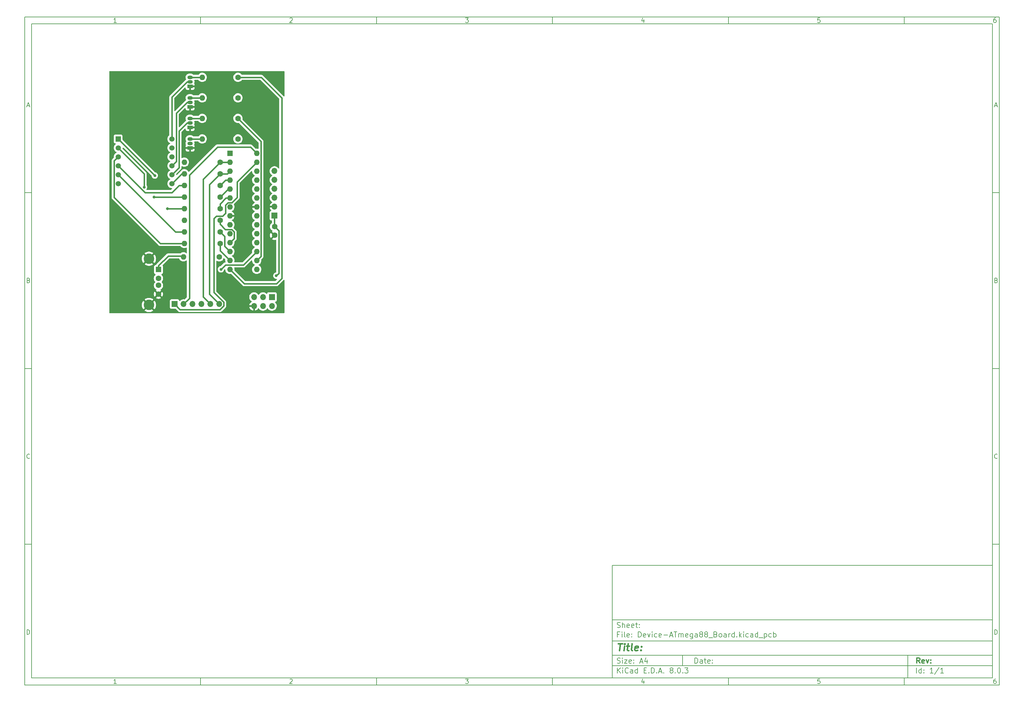
<source format=gbr>
%TF.GenerationSoftware,KiCad,Pcbnew,8.0.3*%
%TF.CreationDate,2025-04-06T07:58:34+09:00*%
%TF.ProjectId,Device-ATmega88_Board,44657669-6365-42d4-9154-6d6567613838,rev?*%
%TF.SameCoordinates,Original*%
%TF.FileFunction,Copper,L1,Top*%
%TF.FilePolarity,Positive*%
%FSLAX46Y46*%
G04 Gerber Fmt 4.6, Leading zero omitted, Abs format (unit mm)*
G04 Created by KiCad (PCBNEW 8.0.3) date 2025-04-06 07:58:34*
%MOMM*%
%LPD*%
G01*
G04 APERTURE LIST*
%ADD10C,0.100000*%
%ADD11C,0.150000*%
%ADD12C,0.300000*%
%ADD13C,0.400000*%
%TA.AperFunction,ComponentPad*%
%ADD14C,1.600000*%
%TD*%
%TA.AperFunction,ComponentPad*%
%ADD15O,1.600000X1.600000*%
%TD*%
%TA.AperFunction,ComponentPad*%
%ADD16R,1.500000X1.050000*%
%TD*%
%TA.AperFunction,ComponentPad*%
%ADD17O,1.500000X1.050000*%
%TD*%
%TA.AperFunction,ComponentPad*%
%ADD18R,1.600000X1.600000*%
%TD*%
%TA.AperFunction,ComponentPad*%
%ADD19R,1.700000X1.700000*%
%TD*%
%TA.AperFunction,ComponentPad*%
%ADD20O,1.700000X1.700000*%
%TD*%
%TA.AperFunction,ComponentPad*%
%ADD21R,1.500000X1.600000*%
%TD*%
%TA.AperFunction,ComponentPad*%
%ADD22C,3.000000*%
%TD*%
%TA.AperFunction,ComponentPad*%
%ADD23R,1.500000X1.500000*%
%TD*%
%TA.AperFunction,ComponentPad*%
%ADD24C,1.500000*%
%TD*%
%TA.AperFunction,ViaPad*%
%ADD25C,0.800000*%
%TD*%
%TA.AperFunction,Conductor*%
%ADD26C,0.400000*%
%TD*%
G04 APERTURE END LIST*
D10*
D11*
X177002200Y-166007200D02*
X285002200Y-166007200D01*
X285002200Y-198007200D01*
X177002200Y-198007200D01*
X177002200Y-166007200D01*
D10*
D11*
X10000000Y-10000000D02*
X287002200Y-10000000D01*
X287002200Y-200007200D01*
X10000000Y-200007200D01*
X10000000Y-10000000D01*
D10*
D11*
X12000000Y-12000000D02*
X285002200Y-12000000D01*
X285002200Y-198007200D01*
X12000000Y-198007200D01*
X12000000Y-12000000D01*
D10*
D11*
X60000000Y-12000000D02*
X60000000Y-10000000D01*
D10*
D11*
X110000000Y-12000000D02*
X110000000Y-10000000D01*
D10*
D11*
X160000000Y-12000000D02*
X160000000Y-10000000D01*
D10*
D11*
X210000000Y-12000000D02*
X210000000Y-10000000D01*
D10*
D11*
X260000000Y-12000000D02*
X260000000Y-10000000D01*
D10*
D11*
X36089160Y-11593604D02*
X35346303Y-11593604D01*
X35717731Y-11593604D02*
X35717731Y-10293604D01*
X35717731Y-10293604D02*
X35593922Y-10479319D01*
X35593922Y-10479319D02*
X35470112Y-10603128D01*
X35470112Y-10603128D02*
X35346303Y-10665033D01*
D10*
D11*
X85346303Y-10417414D02*
X85408207Y-10355509D01*
X85408207Y-10355509D02*
X85532017Y-10293604D01*
X85532017Y-10293604D02*
X85841541Y-10293604D01*
X85841541Y-10293604D02*
X85965350Y-10355509D01*
X85965350Y-10355509D02*
X86027255Y-10417414D01*
X86027255Y-10417414D02*
X86089160Y-10541223D01*
X86089160Y-10541223D02*
X86089160Y-10665033D01*
X86089160Y-10665033D02*
X86027255Y-10850747D01*
X86027255Y-10850747D02*
X85284398Y-11593604D01*
X85284398Y-11593604D02*
X86089160Y-11593604D01*
D10*
D11*
X135284398Y-10293604D02*
X136089160Y-10293604D01*
X136089160Y-10293604D02*
X135655826Y-10788842D01*
X135655826Y-10788842D02*
X135841541Y-10788842D01*
X135841541Y-10788842D02*
X135965350Y-10850747D01*
X135965350Y-10850747D02*
X136027255Y-10912652D01*
X136027255Y-10912652D02*
X136089160Y-11036461D01*
X136089160Y-11036461D02*
X136089160Y-11345985D01*
X136089160Y-11345985D02*
X136027255Y-11469795D01*
X136027255Y-11469795D02*
X135965350Y-11531700D01*
X135965350Y-11531700D02*
X135841541Y-11593604D01*
X135841541Y-11593604D02*
X135470112Y-11593604D01*
X135470112Y-11593604D02*
X135346303Y-11531700D01*
X135346303Y-11531700D02*
X135284398Y-11469795D01*
D10*
D11*
X185965350Y-10726938D02*
X185965350Y-11593604D01*
X185655826Y-10231700D02*
X185346303Y-11160271D01*
X185346303Y-11160271D02*
X186151064Y-11160271D01*
D10*
D11*
X236027255Y-10293604D02*
X235408207Y-10293604D01*
X235408207Y-10293604D02*
X235346303Y-10912652D01*
X235346303Y-10912652D02*
X235408207Y-10850747D01*
X235408207Y-10850747D02*
X235532017Y-10788842D01*
X235532017Y-10788842D02*
X235841541Y-10788842D01*
X235841541Y-10788842D02*
X235965350Y-10850747D01*
X235965350Y-10850747D02*
X236027255Y-10912652D01*
X236027255Y-10912652D02*
X236089160Y-11036461D01*
X236089160Y-11036461D02*
X236089160Y-11345985D01*
X236089160Y-11345985D02*
X236027255Y-11469795D01*
X236027255Y-11469795D02*
X235965350Y-11531700D01*
X235965350Y-11531700D02*
X235841541Y-11593604D01*
X235841541Y-11593604D02*
X235532017Y-11593604D01*
X235532017Y-11593604D02*
X235408207Y-11531700D01*
X235408207Y-11531700D02*
X235346303Y-11469795D01*
D10*
D11*
X285965350Y-10293604D02*
X285717731Y-10293604D01*
X285717731Y-10293604D02*
X285593922Y-10355509D01*
X285593922Y-10355509D02*
X285532017Y-10417414D01*
X285532017Y-10417414D02*
X285408207Y-10603128D01*
X285408207Y-10603128D02*
X285346303Y-10850747D01*
X285346303Y-10850747D02*
X285346303Y-11345985D01*
X285346303Y-11345985D02*
X285408207Y-11469795D01*
X285408207Y-11469795D02*
X285470112Y-11531700D01*
X285470112Y-11531700D02*
X285593922Y-11593604D01*
X285593922Y-11593604D02*
X285841541Y-11593604D01*
X285841541Y-11593604D02*
X285965350Y-11531700D01*
X285965350Y-11531700D02*
X286027255Y-11469795D01*
X286027255Y-11469795D02*
X286089160Y-11345985D01*
X286089160Y-11345985D02*
X286089160Y-11036461D01*
X286089160Y-11036461D02*
X286027255Y-10912652D01*
X286027255Y-10912652D02*
X285965350Y-10850747D01*
X285965350Y-10850747D02*
X285841541Y-10788842D01*
X285841541Y-10788842D02*
X285593922Y-10788842D01*
X285593922Y-10788842D02*
X285470112Y-10850747D01*
X285470112Y-10850747D02*
X285408207Y-10912652D01*
X285408207Y-10912652D02*
X285346303Y-11036461D01*
D10*
D11*
X60000000Y-198007200D02*
X60000000Y-200007200D01*
D10*
D11*
X110000000Y-198007200D02*
X110000000Y-200007200D01*
D10*
D11*
X160000000Y-198007200D02*
X160000000Y-200007200D01*
D10*
D11*
X210000000Y-198007200D02*
X210000000Y-200007200D01*
D10*
D11*
X260000000Y-198007200D02*
X260000000Y-200007200D01*
D10*
D11*
X36089160Y-199600804D02*
X35346303Y-199600804D01*
X35717731Y-199600804D02*
X35717731Y-198300804D01*
X35717731Y-198300804D02*
X35593922Y-198486519D01*
X35593922Y-198486519D02*
X35470112Y-198610328D01*
X35470112Y-198610328D02*
X35346303Y-198672233D01*
D10*
D11*
X85346303Y-198424614D02*
X85408207Y-198362709D01*
X85408207Y-198362709D02*
X85532017Y-198300804D01*
X85532017Y-198300804D02*
X85841541Y-198300804D01*
X85841541Y-198300804D02*
X85965350Y-198362709D01*
X85965350Y-198362709D02*
X86027255Y-198424614D01*
X86027255Y-198424614D02*
X86089160Y-198548423D01*
X86089160Y-198548423D02*
X86089160Y-198672233D01*
X86089160Y-198672233D02*
X86027255Y-198857947D01*
X86027255Y-198857947D02*
X85284398Y-199600804D01*
X85284398Y-199600804D02*
X86089160Y-199600804D01*
D10*
D11*
X135284398Y-198300804D02*
X136089160Y-198300804D01*
X136089160Y-198300804D02*
X135655826Y-198796042D01*
X135655826Y-198796042D02*
X135841541Y-198796042D01*
X135841541Y-198796042D02*
X135965350Y-198857947D01*
X135965350Y-198857947D02*
X136027255Y-198919852D01*
X136027255Y-198919852D02*
X136089160Y-199043661D01*
X136089160Y-199043661D02*
X136089160Y-199353185D01*
X136089160Y-199353185D02*
X136027255Y-199476995D01*
X136027255Y-199476995D02*
X135965350Y-199538900D01*
X135965350Y-199538900D02*
X135841541Y-199600804D01*
X135841541Y-199600804D02*
X135470112Y-199600804D01*
X135470112Y-199600804D02*
X135346303Y-199538900D01*
X135346303Y-199538900D02*
X135284398Y-199476995D01*
D10*
D11*
X185965350Y-198734138D02*
X185965350Y-199600804D01*
X185655826Y-198238900D02*
X185346303Y-199167471D01*
X185346303Y-199167471D02*
X186151064Y-199167471D01*
D10*
D11*
X236027255Y-198300804D02*
X235408207Y-198300804D01*
X235408207Y-198300804D02*
X235346303Y-198919852D01*
X235346303Y-198919852D02*
X235408207Y-198857947D01*
X235408207Y-198857947D02*
X235532017Y-198796042D01*
X235532017Y-198796042D02*
X235841541Y-198796042D01*
X235841541Y-198796042D02*
X235965350Y-198857947D01*
X235965350Y-198857947D02*
X236027255Y-198919852D01*
X236027255Y-198919852D02*
X236089160Y-199043661D01*
X236089160Y-199043661D02*
X236089160Y-199353185D01*
X236089160Y-199353185D02*
X236027255Y-199476995D01*
X236027255Y-199476995D02*
X235965350Y-199538900D01*
X235965350Y-199538900D02*
X235841541Y-199600804D01*
X235841541Y-199600804D02*
X235532017Y-199600804D01*
X235532017Y-199600804D02*
X235408207Y-199538900D01*
X235408207Y-199538900D02*
X235346303Y-199476995D01*
D10*
D11*
X285965350Y-198300804D02*
X285717731Y-198300804D01*
X285717731Y-198300804D02*
X285593922Y-198362709D01*
X285593922Y-198362709D02*
X285532017Y-198424614D01*
X285532017Y-198424614D02*
X285408207Y-198610328D01*
X285408207Y-198610328D02*
X285346303Y-198857947D01*
X285346303Y-198857947D02*
X285346303Y-199353185D01*
X285346303Y-199353185D02*
X285408207Y-199476995D01*
X285408207Y-199476995D02*
X285470112Y-199538900D01*
X285470112Y-199538900D02*
X285593922Y-199600804D01*
X285593922Y-199600804D02*
X285841541Y-199600804D01*
X285841541Y-199600804D02*
X285965350Y-199538900D01*
X285965350Y-199538900D02*
X286027255Y-199476995D01*
X286027255Y-199476995D02*
X286089160Y-199353185D01*
X286089160Y-199353185D02*
X286089160Y-199043661D01*
X286089160Y-199043661D02*
X286027255Y-198919852D01*
X286027255Y-198919852D02*
X285965350Y-198857947D01*
X285965350Y-198857947D02*
X285841541Y-198796042D01*
X285841541Y-198796042D02*
X285593922Y-198796042D01*
X285593922Y-198796042D02*
X285470112Y-198857947D01*
X285470112Y-198857947D02*
X285408207Y-198919852D01*
X285408207Y-198919852D02*
X285346303Y-199043661D01*
D10*
D11*
X10000000Y-60000000D02*
X12000000Y-60000000D01*
D10*
D11*
X10000000Y-110000000D02*
X12000000Y-110000000D01*
D10*
D11*
X10000000Y-160000000D02*
X12000000Y-160000000D01*
D10*
D11*
X10690476Y-35222176D02*
X11309523Y-35222176D01*
X10566666Y-35593604D02*
X10999999Y-34293604D01*
X10999999Y-34293604D02*
X11433333Y-35593604D01*
D10*
D11*
X11092857Y-84912652D02*
X11278571Y-84974557D01*
X11278571Y-84974557D02*
X11340476Y-85036461D01*
X11340476Y-85036461D02*
X11402380Y-85160271D01*
X11402380Y-85160271D02*
X11402380Y-85345985D01*
X11402380Y-85345985D02*
X11340476Y-85469795D01*
X11340476Y-85469795D02*
X11278571Y-85531700D01*
X11278571Y-85531700D02*
X11154761Y-85593604D01*
X11154761Y-85593604D02*
X10659523Y-85593604D01*
X10659523Y-85593604D02*
X10659523Y-84293604D01*
X10659523Y-84293604D02*
X11092857Y-84293604D01*
X11092857Y-84293604D02*
X11216666Y-84355509D01*
X11216666Y-84355509D02*
X11278571Y-84417414D01*
X11278571Y-84417414D02*
X11340476Y-84541223D01*
X11340476Y-84541223D02*
X11340476Y-84665033D01*
X11340476Y-84665033D02*
X11278571Y-84788842D01*
X11278571Y-84788842D02*
X11216666Y-84850747D01*
X11216666Y-84850747D02*
X11092857Y-84912652D01*
X11092857Y-84912652D02*
X10659523Y-84912652D01*
D10*
D11*
X11402380Y-135469795D02*
X11340476Y-135531700D01*
X11340476Y-135531700D02*
X11154761Y-135593604D01*
X11154761Y-135593604D02*
X11030952Y-135593604D01*
X11030952Y-135593604D02*
X10845238Y-135531700D01*
X10845238Y-135531700D02*
X10721428Y-135407890D01*
X10721428Y-135407890D02*
X10659523Y-135284080D01*
X10659523Y-135284080D02*
X10597619Y-135036461D01*
X10597619Y-135036461D02*
X10597619Y-134850747D01*
X10597619Y-134850747D02*
X10659523Y-134603128D01*
X10659523Y-134603128D02*
X10721428Y-134479319D01*
X10721428Y-134479319D02*
X10845238Y-134355509D01*
X10845238Y-134355509D02*
X11030952Y-134293604D01*
X11030952Y-134293604D02*
X11154761Y-134293604D01*
X11154761Y-134293604D02*
X11340476Y-134355509D01*
X11340476Y-134355509D02*
X11402380Y-134417414D01*
D10*
D11*
X10659523Y-185593604D02*
X10659523Y-184293604D01*
X10659523Y-184293604D02*
X10969047Y-184293604D01*
X10969047Y-184293604D02*
X11154761Y-184355509D01*
X11154761Y-184355509D02*
X11278571Y-184479319D01*
X11278571Y-184479319D02*
X11340476Y-184603128D01*
X11340476Y-184603128D02*
X11402380Y-184850747D01*
X11402380Y-184850747D02*
X11402380Y-185036461D01*
X11402380Y-185036461D02*
X11340476Y-185284080D01*
X11340476Y-185284080D02*
X11278571Y-185407890D01*
X11278571Y-185407890D02*
X11154761Y-185531700D01*
X11154761Y-185531700D02*
X10969047Y-185593604D01*
X10969047Y-185593604D02*
X10659523Y-185593604D01*
D10*
D11*
X287002200Y-60000000D02*
X285002200Y-60000000D01*
D10*
D11*
X287002200Y-110000000D02*
X285002200Y-110000000D01*
D10*
D11*
X287002200Y-160000000D02*
X285002200Y-160000000D01*
D10*
D11*
X285692676Y-35222176D02*
X286311723Y-35222176D01*
X285568866Y-35593604D02*
X286002199Y-34293604D01*
X286002199Y-34293604D02*
X286435533Y-35593604D01*
D10*
D11*
X286095057Y-84912652D02*
X286280771Y-84974557D01*
X286280771Y-84974557D02*
X286342676Y-85036461D01*
X286342676Y-85036461D02*
X286404580Y-85160271D01*
X286404580Y-85160271D02*
X286404580Y-85345985D01*
X286404580Y-85345985D02*
X286342676Y-85469795D01*
X286342676Y-85469795D02*
X286280771Y-85531700D01*
X286280771Y-85531700D02*
X286156961Y-85593604D01*
X286156961Y-85593604D02*
X285661723Y-85593604D01*
X285661723Y-85593604D02*
X285661723Y-84293604D01*
X285661723Y-84293604D02*
X286095057Y-84293604D01*
X286095057Y-84293604D02*
X286218866Y-84355509D01*
X286218866Y-84355509D02*
X286280771Y-84417414D01*
X286280771Y-84417414D02*
X286342676Y-84541223D01*
X286342676Y-84541223D02*
X286342676Y-84665033D01*
X286342676Y-84665033D02*
X286280771Y-84788842D01*
X286280771Y-84788842D02*
X286218866Y-84850747D01*
X286218866Y-84850747D02*
X286095057Y-84912652D01*
X286095057Y-84912652D02*
X285661723Y-84912652D01*
D10*
D11*
X286404580Y-135469795D02*
X286342676Y-135531700D01*
X286342676Y-135531700D02*
X286156961Y-135593604D01*
X286156961Y-135593604D02*
X286033152Y-135593604D01*
X286033152Y-135593604D02*
X285847438Y-135531700D01*
X285847438Y-135531700D02*
X285723628Y-135407890D01*
X285723628Y-135407890D02*
X285661723Y-135284080D01*
X285661723Y-135284080D02*
X285599819Y-135036461D01*
X285599819Y-135036461D02*
X285599819Y-134850747D01*
X285599819Y-134850747D02*
X285661723Y-134603128D01*
X285661723Y-134603128D02*
X285723628Y-134479319D01*
X285723628Y-134479319D02*
X285847438Y-134355509D01*
X285847438Y-134355509D02*
X286033152Y-134293604D01*
X286033152Y-134293604D02*
X286156961Y-134293604D01*
X286156961Y-134293604D02*
X286342676Y-134355509D01*
X286342676Y-134355509D02*
X286404580Y-134417414D01*
D10*
D11*
X285661723Y-185593604D02*
X285661723Y-184293604D01*
X285661723Y-184293604D02*
X285971247Y-184293604D01*
X285971247Y-184293604D02*
X286156961Y-184355509D01*
X286156961Y-184355509D02*
X286280771Y-184479319D01*
X286280771Y-184479319D02*
X286342676Y-184603128D01*
X286342676Y-184603128D02*
X286404580Y-184850747D01*
X286404580Y-184850747D02*
X286404580Y-185036461D01*
X286404580Y-185036461D02*
X286342676Y-185284080D01*
X286342676Y-185284080D02*
X286280771Y-185407890D01*
X286280771Y-185407890D02*
X286156961Y-185531700D01*
X286156961Y-185531700D02*
X285971247Y-185593604D01*
X285971247Y-185593604D02*
X285661723Y-185593604D01*
D10*
D11*
X200458026Y-193793328D02*
X200458026Y-192293328D01*
X200458026Y-192293328D02*
X200815169Y-192293328D01*
X200815169Y-192293328D02*
X201029455Y-192364757D01*
X201029455Y-192364757D02*
X201172312Y-192507614D01*
X201172312Y-192507614D02*
X201243741Y-192650471D01*
X201243741Y-192650471D02*
X201315169Y-192936185D01*
X201315169Y-192936185D02*
X201315169Y-193150471D01*
X201315169Y-193150471D02*
X201243741Y-193436185D01*
X201243741Y-193436185D02*
X201172312Y-193579042D01*
X201172312Y-193579042D02*
X201029455Y-193721900D01*
X201029455Y-193721900D02*
X200815169Y-193793328D01*
X200815169Y-193793328D02*
X200458026Y-193793328D01*
X202600884Y-193793328D02*
X202600884Y-193007614D01*
X202600884Y-193007614D02*
X202529455Y-192864757D01*
X202529455Y-192864757D02*
X202386598Y-192793328D01*
X202386598Y-192793328D02*
X202100884Y-192793328D01*
X202100884Y-192793328D02*
X201958026Y-192864757D01*
X202600884Y-193721900D02*
X202458026Y-193793328D01*
X202458026Y-193793328D02*
X202100884Y-193793328D01*
X202100884Y-193793328D02*
X201958026Y-193721900D01*
X201958026Y-193721900D02*
X201886598Y-193579042D01*
X201886598Y-193579042D02*
X201886598Y-193436185D01*
X201886598Y-193436185D02*
X201958026Y-193293328D01*
X201958026Y-193293328D02*
X202100884Y-193221900D01*
X202100884Y-193221900D02*
X202458026Y-193221900D01*
X202458026Y-193221900D02*
X202600884Y-193150471D01*
X203100884Y-192793328D02*
X203672312Y-192793328D01*
X203315169Y-192293328D02*
X203315169Y-193579042D01*
X203315169Y-193579042D02*
X203386598Y-193721900D01*
X203386598Y-193721900D02*
X203529455Y-193793328D01*
X203529455Y-193793328D02*
X203672312Y-193793328D01*
X204743741Y-193721900D02*
X204600884Y-193793328D01*
X204600884Y-193793328D02*
X204315170Y-193793328D01*
X204315170Y-193793328D02*
X204172312Y-193721900D01*
X204172312Y-193721900D02*
X204100884Y-193579042D01*
X204100884Y-193579042D02*
X204100884Y-193007614D01*
X204100884Y-193007614D02*
X204172312Y-192864757D01*
X204172312Y-192864757D02*
X204315170Y-192793328D01*
X204315170Y-192793328D02*
X204600884Y-192793328D01*
X204600884Y-192793328D02*
X204743741Y-192864757D01*
X204743741Y-192864757D02*
X204815170Y-193007614D01*
X204815170Y-193007614D02*
X204815170Y-193150471D01*
X204815170Y-193150471D02*
X204100884Y-193293328D01*
X205458026Y-193650471D02*
X205529455Y-193721900D01*
X205529455Y-193721900D02*
X205458026Y-193793328D01*
X205458026Y-193793328D02*
X205386598Y-193721900D01*
X205386598Y-193721900D02*
X205458026Y-193650471D01*
X205458026Y-193650471D02*
X205458026Y-193793328D01*
X205458026Y-192864757D02*
X205529455Y-192936185D01*
X205529455Y-192936185D02*
X205458026Y-193007614D01*
X205458026Y-193007614D02*
X205386598Y-192936185D01*
X205386598Y-192936185D02*
X205458026Y-192864757D01*
X205458026Y-192864757D02*
X205458026Y-193007614D01*
D10*
D11*
X177002200Y-194507200D02*
X285002200Y-194507200D01*
D10*
D11*
X178458026Y-196593328D02*
X178458026Y-195093328D01*
X179315169Y-196593328D02*
X178672312Y-195736185D01*
X179315169Y-195093328D02*
X178458026Y-195950471D01*
X179958026Y-196593328D02*
X179958026Y-195593328D01*
X179958026Y-195093328D02*
X179886598Y-195164757D01*
X179886598Y-195164757D02*
X179958026Y-195236185D01*
X179958026Y-195236185D02*
X180029455Y-195164757D01*
X180029455Y-195164757D02*
X179958026Y-195093328D01*
X179958026Y-195093328D02*
X179958026Y-195236185D01*
X181529455Y-196450471D02*
X181458027Y-196521900D01*
X181458027Y-196521900D02*
X181243741Y-196593328D01*
X181243741Y-196593328D02*
X181100884Y-196593328D01*
X181100884Y-196593328D02*
X180886598Y-196521900D01*
X180886598Y-196521900D02*
X180743741Y-196379042D01*
X180743741Y-196379042D02*
X180672312Y-196236185D01*
X180672312Y-196236185D02*
X180600884Y-195950471D01*
X180600884Y-195950471D02*
X180600884Y-195736185D01*
X180600884Y-195736185D02*
X180672312Y-195450471D01*
X180672312Y-195450471D02*
X180743741Y-195307614D01*
X180743741Y-195307614D02*
X180886598Y-195164757D01*
X180886598Y-195164757D02*
X181100884Y-195093328D01*
X181100884Y-195093328D02*
X181243741Y-195093328D01*
X181243741Y-195093328D02*
X181458027Y-195164757D01*
X181458027Y-195164757D02*
X181529455Y-195236185D01*
X182815170Y-196593328D02*
X182815170Y-195807614D01*
X182815170Y-195807614D02*
X182743741Y-195664757D01*
X182743741Y-195664757D02*
X182600884Y-195593328D01*
X182600884Y-195593328D02*
X182315170Y-195593328D01*
X182315170Y-195593328D02*
X182172312Y-195664757D01*
X182815170Y-196521900D02*
X182672312Y-196593328D01*
X182672312Y-196593328D02*
X182315170Y-196593328D01*
X182315170Y-196593328D02*
X182172312Y-196521900D01*
X182172312Y-196521900D02*
X182100884Y-196379042D01*
X182100884Y-196379042D02*
X182100884Y-196236185D01*
X182100884Y-196236185D02*
X182172312Y-196093328D01*
X182172312Y-196093328D02*
X182315170Y-196021900D01*
X182315170Y-196021900D02*
X182672312Y-196021900D01*
X182672312Y-196021900D02*
X182815170Y-195950471D01*
X184172313Y-196593328D02*
X184172313Y-195093328D01*
X184172313Y-196521900D02*
X184029455Y-196593328D01*
X184029455Y-196593328D02*
X183743741Y-196593328D01*
X183743741Y-196593328D02*
X183600884Y-196521900D01*
X183600884Y-196521900D02*
X183529455Y-196450471D01*
X183529455Y-196450471D02*
X183458027Y-196307614D01*
X183458027Y-196307614D02*
X183458027Y-195879042D01*
X183458027Y-195879042D02*
X183529455Y-195736185D01*
X183529455Y-195736185D02*
X183600884Y-195664757D01*
X183600884Y-195664757D02*
X183743741Y-195593328D01*
X183743741Y-195593328D02*
X184029455Y-195593328D01*
X184029455Y-195593328D02*
X184172313Y-195664757D01*
X186029455Y-195807614D02*
X186529455Y-195807614D01*
X186743741Y-196593328D02*
X186029455Y-196593328D01*
X186029455Y-196593328D02*
X186029455Y-195093328D01*
X186029455Y-195093328D02*
X186743741Y-195093328D01*
X187386598Y-196450471D02*
X187458027Y-196521900D01*
X187458027Y-196521900D02*
X187386598Y-196593328D01*
X187386598Y-196593328D02*
X187315170Y-196521900D01*
X187315170Y-196521900D02*
X187386598Y-196450471D01*
X187386598Y-196450471D02*
X187386598Y-196593328D01*
X188100884Y-196593328D02*
X188100884Y-195093328D01*
X188100884Y-195093328D02*
X188458027Y-195093328D01*
X188458027Y-195093328D02*
X188672313Y-195164757D01*
X188672313Y-195164757D02*
X188815170Y-195307614D01*
X188815170Y-195307614D02*
X188886599Y-195450471D01*
X188886599Y-195450471D02*
X188958027Y-195736185D01*
X188958027Y-195736185D02*
X188958027Y-195950471D01*
X188958027Y-195950471D02*
X188886599Y-196236185D01*
X188886599Y-196236185D02*
X188815170Y-196379042D01*
X188815170Y-196379042D02*
X188672313Y-196521900D01*
X188672313Y-196521900D02*
X188458027Y-196593328D01*
X188458027Y-196593328D02*
X188100884Y-196593328D01*
X189600884Y-196450471D02*
X189672313Y-196521900D01*
X189672313Y-196521900D02*
X189600884Y-196593328D01*
X189600884Y-196593328D02*
X189529456Y-196521900D01*
X189529456Y-196521900D02*
X189600884Y-196450471D01*
X189600884Y-196450471D02*
X189600884Y-196593328D01*
X190243742Y-196164757D02*
X190958028Y-196164757D01*
X190100885Y-196593328D02*
X190600885Y-195093328D01*
X190600885Y-195093328D02*
X191100885Y-196593328D01*
X191600884Y-196450471D02*
X191672313Y-196521900D01*
X191672313Y-196521900D02*
X191600884Y-196593328D01*
X191600884Y-196593328D02*
X191529456Y-196521900D01*
X191529456Y-196521900D02*
X191600884Y-196450471D01*
X191600884Y-196450471D02*
X191600884Y-196593328D01*
X193672313Y-195736185D02*
X193529456Y-195664757D01*
X193529456Y-195664757D02*
X193458027Y-195593328D01*
X193458027Y-195593328D02*
X193386599Y-195450471D01*
X193386599Y-195450471D02*
X193386599Y-195379042D01*
X193386599Y-195379042D02*
X193458027Y-195236185D01*
X193458027Y-195236185D02*
X193529456Y-195164757D01*
X193529456Y-195164757D02*
X193672313Y-195093328D01*
X193672313Y-195093328D02*
X193958027Y-195093328D01*
X193958027Y-195093328D02*
X194100885Y-195164757D01*
X194100885Y-195164757D02*
X194172313Y-195236185D01*
X194172313Y-195236185D02*
X194243742Y-195379042D01*
X194243742Y-195379042D02*
X194243742Y-195450471D01*
X194243742Y-195450471D02*
X194172313Y-195593328D01*
X194172313Y-195593328D02*
X194100885Y-195664757D01*
X194100885Y-195664757D02*
X193958027Y-195736185D01*
X193958027Y-195736185D02*
X193672313Y-195736185D01*
X193672313Y-195736185D02*
X193529456Y-195807614D01*
X193529456Y-195807614D02*
X193458027Y-195879042D01*
X193458027Y-195879042D02*
X193386599Y-196021900D01*
X193386599Y-196021900D02*
X193386599Y-196307614D01*
X193386599Y-196307614D02*
X193458027Y-196450471D01*
X193458027Y-196450471D02*
X193529456Y-196521900D01*
X193529456Y-196521900D02*
X193672313Y-196593328D01*
X193672313Y-196593328D02*
X193958027Y-196593328D01*
X193958027Y-196593328D02*
X194100885Y-196521900D01*
X194100885Y-196521900D02*
X194172313Y-196450471D01*
X194172313Y-196450471D02*
X194243742Y-196307614D01*
X194243742Y-196307614D02*
X194243742Y-196021900D01*
X194243742Y-196021900D02*
X194172313Y-195879042D01*
X194172313Y-195879042D02*
X194100885Y-195807614D01*
X194100885Y-195807614D02*
X193958027Y-195736185D01*
X194886598Y-196450471D02*
X194958027Y-196521900D01*
X194958027Y-196521900D02*
X194886598Y-196593328D01*
X194886598Y-196593328D02*
X194815170Y-196521900D01*
X194815170Y-196521900D02*
X194886598Y-196450471D01*
X194886598Y-196450471D02*
X194886598Y-196593328D01*
X195886599Y-195093328D02*
X196029456Y-195093328D01*
X196029456Y-195093328D02*
X196172313Y-195164757D01*
X196172313Y-195164757D02*
X196243742Y-195236185D01*
X196243742Y-195236185D02*
X196315170Y-195379042D01*
X196315170Y-195379042D02*
X196386599Y-195664757D01*
X196386599Y-195664757D02*
X196386599Y-196021900D01*
X196386599Y-196021900D02*
X196315170Y-196307614D01*
X196315170Y-196307614D02*
X196243742Y-196450471D01*
X196243742Y-196450471D02*
X196172313Y-196521900D01*
X196172313Y-196521900D02*
X196029456Y-196593328D01*
X196029456Y-196593328D02*
X195886599Y-196593328D01*
X195886599Y-196593328D02*
X195743742Y-196521900D01*
X195743742Y-196521900D02*
X195672313Y-196450471D01*
X195672313Y-196450471D02*
X195600884Y-196307614D01*
X195600884Y-196307614D02*
X195529456Y-196021900D01*
X195529456Y-196021900D02*
X195529456Y-195664757D01*
X195529456Y-195664757D02*
X195600884Y-195379042D01*
X195600884Y-195379042D02*
X195672313Y-195236185D01*
X195672313Y-195236185D02*
X195743742Y-195164757D01*
X195743742Y-195164757D02*
X195886599Y-195093328D01*
X197029455Y-196450471D02*
X197100884Y-196521900D01*
X197100884Y-196521900D02*
X197029455Y-196593328D01*
X197029455Y-196593328D02*
X196958027Y-196521900D01*
X196958027Y-196521900D02*
X197029455Y-196450471D01*
X197029455Y-196450471D02*
X197029455Y-196593328D01*
X197600884Y-195093328D02*
X198529456Y-195093328D01*
X198529456Y-195093328D02*
X198029456Y-195664757D01*
X198029456Y-195664757D02*
X198243741Y-195664757D01*
X198243741Y-195664757D02*
X198386599Y-195736185D01*
X198386599Y-195736185D02*
X198458027Y-195807614D01*
X198458027Y-195807614D02*
X198529456Y-195950471D01*
X198529456Y-195950471D02*
X198529456Y-196307614D01*
X198529456Y-196307614D02*
X198458027Y-196450471D01*
X198458027Y-196450471D02*
X198386599Y-196521900D01*
X198386599Y-196521900D02*
X198243741Y-196593328D01*
X198243741Y-196593328D02*
X197815170Y-196593328D01*
X197815170Y-196593328D02*
X197672313Y-196521900D01*
X197672313Y-196521900D02*
X197600884Y-196450471D01*
D10*
D11*
X177002200Y-191507200D02*
X285002200Y-191507200D01*
D10*
D12*
X264413853Y-193785528D02*
X263913853Y-193071242D01*
X263556710Y-193785528D02*
X263556710Y-192285528D01*
X263556710Y-192285528D02*
X264128139Y-192285528D01*
X264128139Y-192285528D02*
X264270996Y-192356957D01*
X264270996Y-192356957D02*
X264342425Y-192428385D01*
X264342425Y-192428385D02*
X264413853Y-192571242D01*
X264413853Y-192571242D02*
X264413853Y-192785528D01*
X264413853Y-192785528D02*
X264342425Y-192928385D01*
X264342425Y-192928385D02*
X264270996Y-192999814D01*
X264270996Y-192999814D02*
X264128139Y-193071242D01*
X264128139Y-193071242D02*
X263556710Y-193071242D01*
X265628139Y-193714100D02*
X265485282Y-193785528D01*
X265485282Y-193785528D02*
X265199568Y-193785528D01*
X265199568Y-193785528D02*
X265056710Y-193714100D01*
X265056710Y-193714100D02*
X264985282Y-193571242D01*
X264985282Y-193571242D02*
X264985282Y-192999814D01*
X264985282Y-192999814D02*
X265056710Y-192856957D01*
X265056710Y-192856957D02*
X265199568Y-192785528D01*
X265199568Y-192785528D02*
X265485282Y-192785528D01*
X265485282Y-192785528D02*
X265628139Y-192856957D01*
X265628139Y-192856957D02*
X265699568Y-192999814D01*
X265699568Y-192999814D02*
X265699568Y-193142671D01*
X265699568Y-193142671D02*
X264985282Y-193285528D01*
X266199567Y-192785528D02*
X266556710Y-193785528D01*
X266556710Y-193785528D02*
X266913853Y-192785528D01*
X267485281Y-193642671D02*
X267556710Y-193714100D01*
X267556710Y-193714100D02*
X267485281Y-193785528D01*
X267485281Y-193785528D02*
X267413853Y-193714100D01*
X267413853Y-193714100D02*
X267485281Y-193642671D01*
X267485281Y-193642671D02*
X267485281Y-193785528D01*
X267485281Y-192856957D02*
X267556710Y-192928385D01*
X267556710Y-192928385D02*
X267485281Y-192999814D01*
X267485281Y-192999814D02*
X267413853Y-192928385D01*
X267413853Y-192928385D02*
X267485281Y-192856957D01*
X267485281Y-192856957D02*
X267485281Y-192999814D01*
D10*
D11*
X178386598Y-193721900D02*
X178600884Y-193793328D01*
X178600884Y-193793328D02*
X178958026Y-193793328D01*
X178958026Y-193793328D02*
X179100884Y-193721900D01*
X179100884Y-193721900D02*
X179172312Y-193650471D01*
X179172312Y-193650471D02*
X179243741Y-193507614D01*
X179243741Y-193507614D02*
X179243741Y-193364757D01*
X179243741Y-193364757D02*
X179172312Y-193221900D01*
X179172312Y-193221900D02*
X179100884Y-193150471D01*
X179100884Y-193150471D02*
X178958026Y-193079042D01*
X178958026Y-193079042D02*
X178672312Y-193007614D01*
X178672312Y-193007614D02*
X178529455Y-192936185D01*
X178529455Y-192936185D02*
X178458026Y-192864757D01*
X178458026Y-192864757D02*
X178386598Y-192721900D01*
X178386598Y-192721900D02*
X178386598Y-192579042D01*
X178386598Y-192579042D02*
X178458026Y-192436185D01*
X178458026Y-192436185D02*
X178529455Y-192364757D01*
X178529455Y-192364757D02*
X178672312Y-192293328D01*
X178672312Y-192293328D02*
X179029455Y-192293328D01*
X179029455Y-192293328D02*
X179243741Y-192364757D01*
X179886597Y-193793328D02*
X179886597Y-192793328D01*
X179886597Y-192293328D02*
X179815169Y-192364757D01*
X179815169Y-192364757D02*
X179886597Y-192436185D01*
X179886597Y-192436185D02*
X179958026Y-192364757D01*
X179958026Y-192364757D02*
X179886597Y-192293328D01*
X179886597Y-192293328D02*
X179886597Y-192436185D01*
X180458026Y-192793328D02*
X181243741Y-192793328D01*
X181243741Y-192793328D02*
X180458026Y-193793328D01*
X180458026Y-193793328D02*
X181243741Y-193793328D01*
X182386598Y-193721900D02*
X182243741Y-193793328D01*
X182243741Y-193793328D02*
X181958027Y-193793328D01*
X181958027Y-193793328D02*
X181815169Y-193721900D01*
X181815169Y-193721900D02*
X181743741Y-193579042D01*
X181743741Y-193579042D02*
X181743741Y-193007614D01*
X181743741Y-193007614D02*
X181815169Y-192864757D01*
X181815169Y-192864757D02*
X181958027Y-192793328D01*
X181958027Y-192793328D02*
X182243741Y-192793328D01*
X182243741Y-192793328D02*
X182386598Y-192864757D01*
X182386598Y-192864757D02*
X182458027Y-193007614D01*
X182458027Y-193007614D02*
X182458027Y-193150471D01*
X182458027Y-193150471D02*
X181743741Y-193293328D01*
X183100883Y-193650471D02*
X183172312Y-193721900D01*
X183172312Y-193721900D02*
X183100883Y-193793328D01*
X183100883Y-193793328D02*
X183029455Y-193721900D01*
X183029455Y-193721900D02*
X183100883Y-193650471D01*
X183100883Y-193650471D02*
X183100883Y-193793328D01*
X183100883Y-192864757D02*
X183172312Y-192936185D01*
X183172312Y-192936185D02*
X183100883Y-193007614D01*
X183100883Y-193007614D02*
X183029455Y-192936185D01*
X183029455Y-192936185D02*
X183100883Y-192864757D01*
X183100883Y-192864757D02*
X183100883Y-193007614D01*
X184886598Y-193364757D02*
X185600884Y-193364757D01*
X184743741Y-193793328D02*
X185243741Y-192293328D01*
X185243741Y-192293328D02*
X185743741Y-193793328D01*
X186886598Y-192793328D02*
X186886598Y-193793328D01*
X186529455Y-192221900D02*
X186172312Y-193293328D01*
X186172312Y-193293328D02*
X187100883Y-193293328D01*
D10*
D11*
X263458026Y-196593328D02*
X263458026Y-195093328D01*
X264815170Y-196593328D02*
X264815170Y-195093328D01*
X264815170Y-196521900D02*
X264672312Y-196593328D01*
X264672312Y-196593328D02*
X264386598Y-196593328D01*
X264386598Y-196593328D02*
X264243741Y-196521900D01*
X264243741Y-196521900D02*
X264172312Y-196450471D01*
X264172312Y-196450471D02*
X264100884Y-196307614D01*
X264100884Y-196307614D02*
X264100884Y-195879042D01*
X264100884Y-195879042D02*
X264172312Y-195736185D01*
X264172312Y-195736185D02*
X264243741Y-195664757D01*
X264243741Y-195664757D02*
X264386598Y-195593328D01*
X264386598Y-195593328D02*
X264672312Y-195593328D01*
X264672312Y-195593328D02*
X264815170Y-195664757D01*
X265529455Y-196450471D02*
X265600884Y-196521900D01*
X265600884Y-196521900D02*
X265529455Y-196593328D01*
X265529455Y-196593328D02*
X265458027Y-196521900D01*
X265458027Y-196521900D02*
X265529455Y-196450471D01*
X265529455Y-196450471D02*
X265529455Y-196593328D01*
X265529455Y-195664757D02*
X265600884Y-195736185D01*
X265600884Y-195736185D02*
X265529455Y-195807614D01*
X265529455Y-195807614D02*
X265458027Y-195736185D01*
X265458027Y-195736185D02*
X265529455Y-195664757D01*
X265529455Y-195664757D02*
X265529455Y-195807614D01*
X268172313Y-196593328D02*
X267315170Y-196593328D01*
X267743741Y-196593328D02*
X267743741Y-195093328D01*
X267743741Y-195093328D02*
X267600884Y-195307614D01*
X267600884Y-195307614D02*
X267458027Y-195450471D01*
X267458027Y-195450471D02*
X267315170Y-195521900D01*
X269886598Y-195021900D02*
X268600884Y-196950471D01*
X271172313Y-196593328D02*
X270315170Y-196593328D01*
X270743741Y-196593328D02*
X270743741Y-195093328D01*
X270743741Y-195093328D02*
X270600884Y-195307614D01*
X270600884Y-195307614D02*
X270458027Y-195450471D01*
X270458027Y-195450471D02*
X270315170Y-195521900D01*
D10*
D11*
X177002200Y-187507200D02*
X285002200Y-187507200D01*
D10*
D13*
X178693928Y-188211638D02*
X179836785Y-188211638D01*
X179015357Y-190211638D02*
X179265357Y-188211638D01*
X180253452Y-190211638D02*
X180420119Y-188878304D01*
X180503452Y-188211638D02*
X180396309Y-188306876D01*
X180396309Y-188306876D02*
X180479643Y-188402114D01*
X180479643Y-188402114D02*
X180586786Y-188306876D01*
X180586786Y-188306876D02*
X180503452Y-188211638D01*
X180503452Y-188211638D02*
X180479643Y-188402114D01*
X181086786Y-188878304D02*
X181848690Y-188878304D01*
X181455833Y-188211638D02*
X181241548Y-189925923D01*
X181241548Y-189925923D02*
X181312976Y-190116400D01*
X181312976Y-190116400D02*
X181491548Y-190211638D01*
X181491548Y-190211638D02*
X181682024Y-190211638D01*
X182634405Y-190211638D02*
X182455833Y-190116400D01*
X182455833Y-190116400D02*
X182384405Y-189925923D01*
X182384405Y-189925923D02*
X182598690Y-188211638D01*
X184170119Y-190116400D02*
X183967738Y-190211638D01*
X183967738Y-190211638D02*
X183586785Y-190211638D01*
X183586785Y-190211638D02*
X183408214Y-190116400D01*
X183408214Y-190116400D02*
X183336785Y-189925923D01*
X183336785Y-189925923D02*
X183432024Y-189164019D01*
X183432024Y-189164019D02*
X183551071Y-188973542D01*
X183551071Y-188973542D02*
X183753452Y-188878304D01*
X183753452Y-188878304D02*
X184134404Y-188878304D01*
X184134404Y-188878304D02*
X184312976Y-188973542D01*
X184312976Y-188973542D02*
X184384404Y-189164019D01*
X184384404Y-189164019D02*
X184360595Y-189354495D01*
X184360595Y-189354495D02*
X183384404Y-189544971D01*
X185134405Y-190021161D02*
X185217738Y-190116400D01*
X185217738Y-190116400D02*
X185110595Y-190211638D01*
X185110595Y-190211638D02*
X185027262Y-190116400D01*
X185027262Y-190116400D02*
X185134405Y-190021161D01*
X185134405Y-190021161D02*
X185110595Y-190211638D01*
X185265357Y-188973542D02*
X185348690Y-189068780D01*
X185348690Y-189068780D02*
X185241548Y-189164019D01*
X185241548Y-189164019D02*
X185158214Y-189068780D01*
X185158214Y-189068780D02*
X185265357Y-188973542D01*
X185265357Y-188973542D02*
X185241548Y-189164019D01*
D10*
D11*
X178958026Y-185607614D02*
X178458026Y-185607614D01*
X178458026Y-186393328D02*
X178458026Y-184893328D01*
X178458026Y-184893328D02*
X179172312Y-184893328D01*
X179743740Y-186393328D02*
X179743740Y-185393328D01*
X179743740Y-184893328D02*
X179672312Y-184964757D01*
X179672312Y-184964757D02*
X179743740Y-185036185D01*
X179743740Y-185036185D02*
X179815169Y-184964757D01*
X179815169Y-184964757D02*
X179743740Y-184893328D01*
X179743740Y-184893328D02*
X179743740Y-185036185D01*
X180672312Y-186393328D02*
X180529455Y-186321900D01*
X180529455Y-186321900D02*
X180458026Y-186179042D01*
X180458026Y-186179042D02*
X180458026Y-184893328D01*
X181815169Y-186321900D02*
X181672312Y-186393328D01*
X181672312Y-186393328D02*
X181386598Y-186393328D01*
X181386598Y-186393328D02*
X181243740Y-186321900D01*
X181243740Y-186321900D02*
X181172312Y-186179042D01*
X181172312Y-186179042D02*
X181172312Y-185607614D01*
X181172312Y-185607614D02*
X181243740Y-185464757D01*
X181243740Y-185464757D02*
X181386598Y-185393328D01*
X181386598Y-185393328D02*
X181672312Y-185393328D01*
X181672312Y-185393328D02*
X181815169Y-185464757D01*
X181815169Y-185464757D02*
X181886598Y-185607614D01*
X181886598Y-185607614D02*
X181886598Y-185750471D01*
X181886598Y-185750471D02*
X181172312Y-185893328D01*
X182529454Y-186250471D02*
X182600883Y-186321900D01*
X182600883Y-186321900D02*
X182529454Y-186393328D01*
X182529454Y-186393328D02*
X182458026Y-186321900D01*
X182458026Y-186321900D02*
X182529454Y-186250471D01*
X182529454Y-186250471D02*
X182529454Y-186393328D01*
X182529454Y-185464757D02*
X182600883Y-185536185D01*
X182600883Y-185536185D02*
X182529454Y-185607614D01*
X182529454Y-185607614D02*
X182458026Y-185536185D01*
X182458026Y-185536185D02*
X182529454Y-185464757D01*
X182529454Y-185464757D02*
X182529454Y-185607614D01*
X184386597Y-186393328D02*
X184386597Y-184893328D01*
X184386597Y-184893328D02*
X184743740Y-184893328D01*
X184743740Y-184893328D02*
X184958026Y-184964757D01*
X184958026Y-184964757D02*
X185100883Y-185107614D01*
X185100883Y-185107614D02*
X185172312Y-185250471D01*
X185172312Y-185250471D02*
X185243740Y-185536185D01*
X185243740Y-185536185D02*
X185243740Y-185750471D01*
X185243740Y-185750471D02*
X185172312Y-186036185D01*
X185172312Y-186036185D02*
X185100883Y-186179042D01*
X185100883Y-186179042D02*
X184958026Y-186321900D01*
X184958026Y-186321900D02*
X184743740Y-186393328D01*
X184743740Y-186393328D02*
X184386597Y-186393328D01*
X186458026Y-186321900D02*
X186315169Y-186393328D01*
X186315169Y-186393328D02*
X186029455Y-186393328D01*
X186029455Y-186393328D02*
X185886597Y-186321900D01*
X185886597Y-186321900D02*
X185815169Y-186179042D01*
X185815169Y-186179042D02*
X185815169Y-185607614D01*
X185815169Y-185607614D02*
X185886597Y-185464757D01*
X185886597Y-185464757D02*
X186029455Y-185393328D01*
X186029455Y-185393328D02*
X186315169Y-185393328D01*
X186315169Y-185393328D02*
X186458026Y-185464757D01*
X186458026Y-185464757D02*
X186529455Y-185607614D01*
X186529455Y-185607614D02*
X186529455Y-185750471D01*
X186529455Y-185750471D02*
X185815169Y-185893328D01*
X187029454Y-185393328D02*
X187386597Y-186393328D01*
X187386597Y-186393328D02*
X187743740Y-185393328D01*
X188315168Y-186393328D02*
X188315168Y-185393328D01*
X188315168Y-184893328D02*
X188243740Y-184964757D01*
X188243740Y-184964757D02*
X188315168Y-185036185D01*
X188315168Y-185036185D02*
X188386597Y-184964757D01*
X188386597Y-184964757D02*
X188315168Y-184893328D01*
X188315168Y-184893328D02*
X188315168Y-185036185D01*
X189672312Y-186321900D02*
X189529454Y-186393328D01*
X189529454Y-186393328D02*
X189243740Y-186393328D01*
X189243740Y-186393328D02*
X189100883Y-186321900D01*
X189100883Y-186321900D02*
X189029454Y-186250471D01*
X189029454Y-186250471D02*
X188958026Y-186107614D01*
X188958026Y-186107614D02*
X188958026Y-185679042D01*
X188958026Y-185679042D02*
X189029454Y-185536185D01*
X189029454Y-185536185D02*
X189100883Y-185464757D01*
X189100883Y-185464757D02*
X189243740Y-185393328D01*
X189243740Y-185393328D02*
X189529454Y-185393328D01*
X189529454Y-185393328D02*
X189672312Y-185464757D01*
X190886597Y-186321900D02*
X190743740Y-186393328D01*
X190743740Y-186393328D02*
X190458026Y-186393328D01*
X190458026Y-186393328D02*
X190315168Y-186321900D01*
X190315168Y-186321900D02*
X190243740Y-186179042D01*
X190243740Y-186179042D02*
X190243740Y-185607614D01*
X190243740Y-185607614D02*
X190315168Y-185464757D01*
X190315168Y-185464757D02*
X190458026Y-185393328D01*
X190458026Y-185393328D02*
X190743740Y-185393328D01*
X190743740Y-185393328D02*
X190886597Y-185464757D01*
X190886597Y-185464757D02*
X190958026Y-185607614D01*
X190958026Y-185607614D02*
X190958026Y-185750471D01*
X190958026Y-185750471D02*
X190243740Y-185893328D01*
X191600882Y-185821900D02*
X192743740Y-185821900D01*
X193386597Y-185964757D02*
X194100883Y-185964757D01*
X193243740Y-186393328D02*
X193743740Y-184893328D01*
X193743740Y-184893328D02*
X194243740Y-186393328D01*
X194529454Y-184893328D02*
X195386597Y-184893328D01*
X194958025Y-186393328D02*
X194958025Y-184893328D01*
X195886596Y-186393328D02*
X195886596Y-185393328D01*
X195886596Y-185536185D02*
X195958025Y-185464757D01*
X195958025Y-185464757D02*
X196100882Y-185393328D01*
X196100882Y-185393328D02*
X196315168Y-185393328D01*
X196315168Y-185393328D02*
X196458025Y-185464757D01*
X196458025Y-185464757D02*
X196529454Y-185607614D01*
X196529454Y-185607614D02*
X196529454Y-186393328D01*
X196529454Y-185607614D02*
X196600882Y-185464757D01*
X196600882Y-185464757D02*
X196743739Y-185393328D01*
X196743739Y-185393328D02*
X196958025Y-185393328D01*
X196958025Y-185393328D02*
X197100882Y-185464757D01*
X197100882Y-185464757D02*
X197172311Y-185607614D01*
X197172311Y-185607614D02*
X197172311Y-186393328D01*
X198458025Y-186321900D02*
X198315168Y-186393328D01*
X198315168Y-186393328D02*
X198029454Y-186393328D01*
X198029454Y-186393328D02*
X197886596Y-186321900D01*
X197886596Y-186321900D02*
X197815168Y-186179042D01*
X197815168Y-186179042D02*
X197815168Y-185607614D01*
X197815168Y-185607614D02*
X197886596Y-185464757D01*
X197886596Y-185464757D02*
X198029454Y-185393328D01*
X198029454Y-185393328D02*
X198315168Y-185393328D01*
X198315168Y-185393328D02*
X198458025Y-185464757D01*
X198458025Y-185464757D02*
X198529454Y-185607614D01*
X198529454Y-185607614D02*
X198529454Y-185750471D01*
X198529454Y-185750471D02*
X197815168Y-185893328D01*
X199815168Y-185393328D02*
X199815168Y-186607614D01*
X199815168Y-186607614D02*
X199743739Y-186750471D01*
X199743739Y-186750471D02*
X199672310Y-186821900D01*
X199672310Y-186821900D02*
X199529453Y-186893328D01*
X199529453Y-186893328D02*
X199315168Y-186893328D01*
X199315168Y-186893328D02*
X199172310Y-186821900D01*
X199815168Y-186321900D02*
X199672310Y-186393328D01*
X199672310Y-186393328D02*
X199386596Y-186393328D01*
X199386596Y-186393328D02*
X199243739Y-186321900D01*
X199243739Y-186321900D02*
X199172310Y-186250471D01*
X199172310Y-186250471D02*
X199100882Y-186107614D01*
X199100882Y-186107614D02*
X199100882Y-185679042D01*
X199100882Y-185679042D02*
X199172310Y-185536185D01*
X199172310Y-185536185D02*
X199243739Y-185464757D01*
X199243739Y-185464757D02*
X199386596Y-185393328D01*
X199386596Y-185393328D02*
X199672310Y-185393328D01*
X199672310Y-185393328D02*
X199815168Y-185464757D01*
X201172311Y-186393328D02*
X201172311Y-185607614D01*
X201172311Y-185607614D02*
X201100882Y-185464757D01*
X201100882Y-185464757D02*
X200958025Y-185393328D01*
X200958025Y-185393328D02*
X200672311Y-185393328D01*
X200672311Y-185393328D02*
X200529453Y-185464757D01*
X201172311Y-186321900D02*
X201029453Y-186393328D01*
X201029453Y-186393328D02*
X200672311Y-186393328D01*
X200672311Y-186393328D02*
X200529453Y-186321900D01*
X200529453Y-186321900D02*
X200458025Y-186179042D01*
X200458025Y-186179042D02*
X200458025Y-186036185D01*
X200458025Y-186036185D02*
X200529453Y-185893328D01*
X200529453Y-185893328D02*
X200672311Y-185821900D01*
X200672311Y-185821900D02*
X201029453Y-185821900D01*
X201029453Y-185821900D02*
X201172311Y-185750471D01*
X202100882Y-185536185D02*
X201958025Y-185464757D01*
X201958025Y-185464757D02*
X201886596Y-185393328D01*
X201886596Y-185393328D02*
X201815168Y-185250471D01*
X201815168Y-185250471D02*
X201815168Y-185179042D01*
X201815168Y-185179042D02*
X201886596Y-185036185D01*
X201886596Y-185036185D02*
X201958025Y-184964757D01*
X201958025Y-184964757D02*
X202100882Y-184893328D01*
X202100882Y-184893328D02*
X202386596Y-184893328D01*
X202386596Y-184893328D02*
X202529454Y-184964757D01*
X202529454Y-184964757D02*
X202600882Y-185036185D01*
X202600882Y-185036185D02*
X202672311Y-185179042D01*
X202672311Y-185179042D02*
X202672311Y-185250471D01*
X202672311Y-185250471D02*
X202600882Y-185393328D01*
X202600882Y-185393328D02*
X202529454Y-185464757D01*
X202529454Y-185464757D02*
X202386596Y-185536185D01*
X202386596Y-185536185D02*
X202100882Y-185536185D01*
X202100882Y-185536185D02*
X201958025Y-185607614D01*
X201958025Y-185607614D02*
X201886596Y-185679042D01*
X201886596Y-185679042D02*
X201815168Y-185821900D01*
X201815168Y-185821900D02*
X201815168Y-186107614D01*
X201815168Y-186107614D02*
X201886596Y-186250471D01*
X201886596Y-186250471D02*
X201958025Y-186321900D01*
X201958025Y-186321900D02*
X202100882Y-186393328D01*
X202100882Y-186393328D02*
X202386596Y-186393328D01*
X202386596Y-186393328D02*
X202529454Y-186321900D01*
X202529454Y-186321900D02*
X202600882Y-186250471D01*
X202600882Y-186250471D02*
X202672311Y-186107614D01*
X202672311Y-186107614D02*
X202672311Y-185821900D01*
X202672311Y-185821900D02*
X202600882Y-185679042D01*
X202600882Y-185679042D02*
X202529454Y-185607614D01*
X202529454Y-185607614D02*
X202386596Y-185536185D01*
X203529453Y-185536185D02*
X203386596Y-185464757D01*
X203386596Y-185464757D02*
X203315167Y-185393328D01*
X203315167Y-185393328D02*
X203243739Y-185250471D01*
X203243739Y-185250471D02*
X203243739Y-185179042D01*
X203243739Y-185179042D02*
X203315167Y-185036185D01*
X203315167Y-185036185D02*
X203386596Y-184964757D01*
X203386596Y-184964757D02*
X203529453Y-184893328D01*
X203529453Y-184893328D02*
X203815167Y-184893328D01*
X203815167Y-184893328D02*
X203958025Y-184964757D01*
X203958025Y-184964757D02*
X204029453Y-185036185D01*
X204029453Y-185036185D02*
X204100882Y-185179042D01*
X204100882Y-185179042D02*
X204100882Y-185250471D01*
X204100882Y-185250471D02*
X204029453Y-185393328D01*
X204029453Y-185393328D02*
X203958025Y-185464757D01*
X203958025Y-185464757D02*
X203815167Y-185536185D01*
X203815167Y-185536185D02*
X203529453Y-185536185D01*
X203529453Y-185536185D02*
X203386596Y-185607614D01*
X203386596Y-185607614D02*
X203315167Y-185679042D01*
X203315167Y-185679042D02*
X203243739Y-185821900D01*
X203243739Y-185821900D02*
X203243739Y-186107614D01*
X203243739Y-186107614D02*
X203315167Y-186250471D01*
X203315167Y-186250471D02*
X203386596Y-186321900D01*
X203386596Y-186321900D02*
X203529453Y-186393328D01*
X203529453Y-186393328D02*
X203815167Y-186393328D01*
X203815167Y-186393328D02*
X203958025Y-186321900D01*
X203958025Y-186321900D02*
X204029453Y-186250471D01*
X204029453Y-186250471D02*
X204100882Y-186107614D01*
X204100882Y-186107614D02*
X204100882Y-185821900D01*
X204100882Y-185821900D02*
X204029453Y-185679042D01*
X204029453Y-185679042D02*
X203958025Y-185607614D01*
X203958025Y-185607614D02*
X203815167Y-185536185D01*
X204386596Y-186536185D02*
X205529453Y-186536185D01*
X206386595Y-185607614D02*
X206600881Y-185679042D01*
X206600881Y-185679042D02*
X206672310Y-185750471D01*
X206672310Y-185750471D02*
X206743738Y-185893328D01*
X206743738Y-185893328D02*
X206743738Y-186107614D01*
X206743738Y-186107614D02*
X206672310Y-186250471D01*
X206672310Y-186250471D02*
X206600881Y-186321900D01*
X206600881Y-186321900D02*
X206458024Y-186393328D01*
X206458024Y-186393328D02*
X205886595Y-186393328D01*
X205886595Y-186393328D02*
X205886595Y-184893328D01*
X205886595Y-184893328D02*
X206386595Y-184893328D01*
X206386595Y-184893328D02*
X206529453Y-184964757D01*
X206529453Y-184964757D02*
X206600881Y-185036185D01*
X206600881Y-185036185D02*
X206672310Y-185179042D01*
X206672310Y-185179042D02*
X206672310Y-185321900D01*
X206672310Y-185321900D02*
X206600881Y-185464757D01*
X206600881Y-185464757D02*
X206529453Y-185536185D01*
X206529453Y-185536185D02*
X206386595Y-185607614D01*
X206386595Y-185607614D02*
X205886595Y-185607614D01*
X207600881Y-186393328D02*
X207458024Y-186321900D01*
X207458024Y-186321900D02*
X207386595Y-186250471D01*
X207386595Y-186250471D02*
X207315167Y-186107614D01*
X207315167Y-186107614D02*
X207315167Y-185679042D01*
X207315167Y-185679042D02*
X207386595Y-185536185D01*
X207386595Y-185536185D02*
X207458024Y-185464757D01*
X207458024Y-185464757D02*
X207600881Y-185393328D01*
X207600881Y-185393328D02*
X207815167Y-185393328D01*
X207815167Y-185393328D02*
X207958024Y-185464757D01*
X207958024Y-185464757D02*
X208029453Y-185536185D01*
X208029453Y-185536185D02*
X208100881Y-185679042D01*
X208100881Y-185679042D02*
X208100881Y-186107614D01*
X208100881Y-186107614D02*
X208029453Y-186250471D01*
X208029453Y-186250471D02*
X207958024Y-186321900D01*
X207958024Y-186321900D02*
X207815167Y-186393328D01*
X207815167Y-186393328D02*
X207600881Y-186393328D01*
X209386596Y-186393328D02*
X209386596Y-185607614D01*
X209386596Y-185607614D02*
X209315167Y-185464757D01*
X209315167Y-185464757D02*
X209172310Y-185393328D01*
X209172310Y-185393328D02*
X208886596Y-185393328D01*
X208886596Y-185393328D02*
X208743738Y-185464757D01*
X209386596Y-186321900D02*
X209243738Y-186393328D01*
X209243738Y-186393328D02*
X208886596Y-186393328D01*
X208886596Y-186393328D02*
X208743738Y-186321900D01*
X208743738Y-186321900D02*
X208672310Y-186179042D01*
X208672310Y-186179042D02*
X208672310Y-186036185D01*
X208672310Y-186036185D02*
X208743738Y-185893328D01*
X208743738Y-185893328D02*
X208886596Y-185821900D01*
X208886596Y-185821900D02*
X209243738Y-185821900D01*
X209243738Y-185821900D02*
X209386596Y-185750471D01*
X210100881Y-186393328D02*
X210100881Y-185393328D01*
X210100881Y-185679042D02*
X210172310Y-185536185D01*
X210172310Y-185536185D02*
X210243739Y-185464757D01*
X210243739Y-185464757D02*
X210386596Y-185393328D01*
X210386596Y-185393328D02*
X210529453Y-185393328D01*
X211672310Y-186393328D02*
X211672310Y-184893328D01*
X211672310Y-186321900D02*
X211529452Y-186393328D01*
X211529452Y-186393328D02*
X211243738Y-186393328D01*
X211243738Y-186393328D02*
X211100881Y-186321900D01*
X211100881Y-186321900D02*
X211029452Y-186250471D01*
X211029452Y-186250471D02*
X210958024Y-186107614D01*
X210958024Y-186107614D02*
X210958024Y-185679042D01*
X210958024Y-185679042D02*
X211029452Y-185536185D01*
X211029452Y-185536185D02*
X211100881Y-185464757D01*
X211100881Y-185464757D02*
X211243738Y-185393328D01*
X211243738Y-185393328D02*
X211529452Y-185393328D01*
X211529452Y-185393328D02*
X211672310Y-185464757D01*
X212386595Y-186250471D02*
X212458024Y-186321900D01*
X212458024Y-186321900D02*
X212386595Y-186393328D01*
X212386595Y-186393328D02*
X212315167Y-186321900D01*
X212315167Y-186321900D02*
X212386595Y-186250471D01*
X212386595Y-186250471D02*
X212386595Y-186393328D01*
X213100881Y-186393328D02*
X213100881Y-184893328D01*
X213243739Y-185821900D02*
X213672310Y-186393328D01*
X213672310Y-185393328D02*
X213100881Y-185964757D01*
X214315167Y-186393328D02*
X214315167Y-185393328D01*
X214315167Y-184893328D02*
X214243739Y-184964757D01*
X214243739Y-184964757D02*
X214315167Y-185036185D01*
X214315167Y-185036185D02*
X214386596Y-184964757D01*
X214386596Y-184964757D02*
X214315167Y-184893328D01*
X214315167Y-184893328D02*
X214315167Y-185036185D01*
X215672311Y-186321900D02*
X215529453Y-186393328D01*
X215529453Y-186393328D02*
X215243739Y-186393328D01*
X215243739Y-186393328D02*
X215100882Y-186321900D01*
X215100882Y-186321900D02*
X215029453Y-186250471D01*
X215029453Y-186250471D02*
X214958025Y-186107614D01*
X214958025Y-186107614D02*
X214958025Y-185679042D01*
X214958025Y-185679042D02*
X215029453Y-185536185D01*
X215029453Y-185536185D02*
X215100882Y-185464757D01*
X215100882Y-185464757D02*
X215243739Y-185393328D01*
X215243739Y-185393328D02*
X215529453Y-185393328D01*
X215529453Y-185393328D02*
X215672311Y-185464757D01*
X216958025Y-186393328D02*
X216958025Y-185607614D01*
X216958025Y-185607614D02*
X216886596Y-185464757D01*
X216886596Y-185464757D02*
X216743739Y-185393328D01*
X216743739Y-185393328D02*
X216458025Y-185393328D01*
X216458025Y-185393328D02*
X216315167Y-185464757D01*
X216958025Y-186321900D02*
X216815167Y-186393328D01*
X216815167Y-186393328D02*
X216458025Y-186393328D01*
X216458025Y-186393328D02*
X216315167Y-186321900D01*
X216315167Y-186321900D02*
X216243739Y-186179042D01*
X216243739Y-186179042D02*
X216243739Y-186036185D01*
X216243739Y-186036185D02*
X216315167Y-185893328D01*
X216315167Y-185893328D02*
X216458025Y-185821900D01*
X216458025Y-185821900D02*
X216815167Y-185821900D01*
X216815167Y-185821900D02*
X216958025Y-185750471D01*
X218315168Y-186393328D02*
X218315168Y-184893328D01*
X218315168Y-186321900D02*
X218172310Y-186393328D01*
X218172310Y-186393328D02*
X217886596Y-186393328D01*
X217886596Y-186393328D02*
X217743739Y-186321900D01*
X217743739Y-186321900D02*
X217672310Y-186250471D01*
X217672310Y-186250471D02*
X217600882Y-186107614D01*
X217600882Y-186107614D02*
X217600882Y-185679042D01*
X217600882Y-185679042D02*
X217672310Y-185536185D01*
X217672310Y-185536185D02*
X217743739Y-185464757D01*
X217743739Y-185464757D02*
X217886596Y-185393328D01*
X217886596Y-185393328D02*
X218172310Y-185393328D01*
X218172310Y-185393328D02*
X218315168Y-185464757D01*
X218672311Y-186536185D02*
X219815168Y-186536185D01*
X220172310Y-185393328D02*
X220172310Y-186893328D01*
X220172310Y-185464757D02*
X220315168Y-185393328D01*
X220315168Y-185393328D02*
X220600882Y-185393328D01*
X220600882Y-185393328D02*
X220743739Y-185464757D01*
X220743739Y-185464757D02*
X220815168Y-185536185D01*
X220815168Y-185536185D02*
X220886596Y-185679042D01*
X220886596Y-185679042D02*
X220886596Y-186107614D01*
X220886596Y-186107614D02*
X220815168Y-186250471D01*
X220815168Y-186250471D02*
X220743739Y-186321900D01*
X220743739Y-186321900D02*
X220600882Y-186393328D01*
X220600882Y-186393328D02*
X220315168Y-186393328D01*
X220315168Y-186393328D02*
X220172310Y-186321900D01*
X222172311Y-186321900D02*
X222029453Y-186393328D01*
X222029453Y-186393328D02*
X221743739Y-186393328D01*
X221743739Y-186393328D02*
X221600882Y-186321900D01*
X221600882Y-186321900D02*
X221529453Y-186250471D01*
X221529453Y-186250471D02*
X221458025Y-186107614D01*
X221458025Y-186107614D02*
X221458025Y-185679042D01*
X221458025Y-185679042D02*
X221529453Y-185536185D01*
X221529453Y-185536185D02*
X221600882Y-185464757D01*
X221600882Y-185464757D02*
X221743739Y-185393328D01*
X221743739Y-185393328D02*
X222029453Y-185393328D01*
X222029453Y-185393328D02*
X222172311Y-185464757D01*
X222815167Y-186393328D02*
X222815167Y-184893328D01*
X222815167Y-185464757D02*
X222958025Y-185393328D01*
X222958025Y-185393328D02*
X223243739Y-185393328D01*
X223243739Y-185393328D02*
X223386596Y-185464757D01*
X223386596Y-185464757D02*
X223458025Y-185536185D01*
X223458025Y-185536185D02*
X223529453Y-185679042D01*
X223529453Y-185679042D02*
X223529453Y-186107614D01*
X223529453Y-186107614D02*
X223458025Y-186250471D01*
X223458025Y-186250471D02*
X223386596Y-186321900D01*
X223386596Y-186321900D02*
X223243739Y-186393328D01*
X223243739Y-186393328D02*
X222958025Y-186393328D01*
X222958025Y-186393328D02*
X222815167Y-186321900D01*
D10*
D11*
X177002200Y-181507200D02*
X285002200Y-181507200D01*
D10*
D11*
X178386598Y-183621900D02*
X178600884Y-183693328D01*
X178600884Y-183693328D02*
X178958026Y-183693328D01*
X178958026Y-183693328D02*
X179100884Y-183621900D01*
X179100884Y-183621900D02*
X179172312Y-183550471D01*
X179172312Y-183550471D02*
X179243741Y-183407614D01*
X179243741Y-183407614D02*
X179243741Y-183264757D01*
X179243741Y-183264757D02*
X179172312Y-183121900D01*
X179172312Y-183121900D02*
X179100884Y-183050471D01*
X179100884Y-183050471D02*
X178958026Y-182979042D01*
X178958026Y-182979042D02*
X178672312Y-182907614D01*
X178672312Y-182907614D02*
X178529455Y-182836185D01*
X178529455Y-182836185D02*
X178458026Y-182764757D01*
X178458026Y-182764757D02*
X178386598Y-182621900D01*
X178386598Y-182621900D02*
X178386598Y-182479042D01*
X178386598Y-182479042D02*
X178458026Y-182336185D01*
X178458026Y-182336185D02*
X178529455Y-182264757D01*
X178529455Y-182264757D02*
X178672312Y-182193328D01*
X178672312Y-182193328D02*
X179029455Y-182193328D01*
X179029455Y-182193328D02*
X179243741Y-182264757D01*
X179886597Y-183693328D02*
X179886597Y-182193328D01*
X180529455Y-183693328D02*
X180529455Y-182907614D01*
X180529455Y-182907614D02*
X180458026Y-182764757D01*
X180458026Y-182764757D02*
X180315169Y-182693328D01*
X180315169Y-182693328D02*
X180100883Y-182693328D01*
X180100883Y-182693328D02*
X179958026Y-182764757D01*
X179958026Y-182764757D02*
X179886597Y-182836185D01*
X181815169Y-183621900D02*
X181672312Y-183693328D01*
X181672312Y-183693328D02*
X181386598Y-183693328D01*
X181386598Y-183693328D02*
X181243740Y-183621900D01*
X181243740Y-183621900D02*
X181172312Y-183479042D01*
X181172312Y-183479042D02*
X181172312Y-182907614D01*
X181172312Y-182907614D02*
X181243740Y-182764757D01*
X181243740Y-182764757D02*
X181386598Y-182693328D01*
X181386598Y-182693328D02*
X181672312Y-182693328D01*
X181672312Y-182693328D02*
X181815169Y-182764757D01*
X181815169Y-182764757D02*
X181886598Y-182907614D01*
X181886598Y-182907614D02*
X181886598Y-183050471D01*
X181886598Y-183050471D02*
X181172312Y-183193328D01*
X183100883Y-183621900D02*
X182958026Y-183693328D01*
X182958026Y-183693328D02*
X182672312Y-183693328D01*
X182672312Y-183693328D02*
X182529454Y-183621900D01*
X182529454Y-183621900D02*
X182458026Y-183479042D01*
X182458026Y-183479042D02*
X182458026Y-182907614D01*
X182458026Y-182907614D02*
X182529454Y-182764757D01*
X182529454Y-182764757D02*
X182672312Y-182693328D01*
X182672312Y-182693328D02*
X182958026Y-182693328D01*
X182958026Y-182693328D02*
X183100883Y-182764757D01*
X183100883Y-182764757D02*
X183172312Y-182907614D01*
X183172312Y-182907614D02*
X183172312Y-183050471D01*
X183172312Y-183050471D02*
X182458026Y-183193328D01*
X183600883Y-182693328D02*
X184172311Y-182693328D01*
X183815168Y-182193328D02*
X183815168Y-183479042D01*
X183815168Y-183479042D02*
X183886597Y-183621900D01*
X183886597Y-183621900D02*
X184029454Y-183693328D01*
X184029454Y-183693328D02*
X184172311Y-183693328D01*
X184672311Y-183550471D02*
X184743740Y-183621900D01*
X184743740Y-183621900D02*
X184672311Y-183693328D01*
X184672311Y-183693328D02*
X184600883Y-183621900D01*
X184600883Y-183621900D02*
X184672311Y-183550471D01*
X184672311Y-183550471D02*
X184672311Y-183693328D01*
X184672311Y-182764757D02*
X184743740Y-182836185D01*
X184743740Y-182836185D02*
X184672311Y-182907614D01*
X184672311Y-182907614D02*
X184600883Y-182836185D01*
X184600883Y-182836185D02*
X184672311Y-182764757D01*
X184672311Y-182764757D02*
X184672311Y-182907614D01*
D10*
D11*
X197002200Y-191507200D02*
X197002200Y-194507200D01*
D10*
D11*
X261002200Y-191507200D02*
X261002200Y-198007200D01*
D14*
%TO.P,R13,1*%
%TO.N,RST*%
X65278000Y-78232000D03*
D15*
%TO.P,R13,2*%
%TO.N,+5V*%
X55118000Y-78232000D03*
%TD*%
D14*
%TO.P,R6,1*%
%TO.N,TXD*%
X65532000Y-54610000D03*
D15*
%TO.P,R6,2*%
%TO.N,7SEG-B*%
X55372000Y-54610000D03*
%TD*%
D16*
%TO.P,Q1,1,E*%
%TO.N,GND*%
X57002000Y-29718000D03*
D17*
%TO.P,Q1,2,C*%
%TO.N,7SEG-D1*%
X57002000Y-28448000D03*
%TO.P,Q1,3,B*%
%TO.N,Net-(Q1-Pad3)*%
X57002000Y-27178000D03*
%TD*%
D14*
%TO.P,R7,1*%
%TO.N,Net-(R7-Pad1)*%
X65532000Y-57912000D03*
D15*
%TO.P,R7,2*%
%TO.N,7SEG-C*%
X55372000Y-57912000D03*
%TD*%
D16*
%TO.P,Q3,1,E*%
%TO.N,GND*%
X57002000Y-41402000D03*
D17*
%TO.P,Q3,2,C*%
%TO.N,7SEG-D3*%
X57002000Y-40132000D03*
%TO.P,Q3,3,B*%
%TO.N,Net-(Q3-Pad3)*%
X57002000Y-38862000D03*
%TD*%
D14*
%TO.P,R8,1*%
%TO.N,Net-(R8-Pad1)*%
X65532000Y-61214000D03*
D15*
%TO.P,R8,2*%
%TO.N,7SEG-D*%
X55372000Y-61214000D03*
%TD*%
D14*
%TO.P,R9,1*%
%TO.N,Net-(R9-Pad1)*%
X65532000Y-64516000D03*
D15*
%TO.P,R9,2*%
%TO.N,7SEG-E*%
X55372000Y-64516000D03*
%TD*%
D14*
%TO.P,R3,1*%
%TO.N,Net-(R3-Pad1)*%
X70612000Y-38862000D03*
D15*
%TO.P,R3,2*%
%TO.N,Net-(Q3-Pad3)*%
X60452000Y-38862000D03*
%TD*%
D14*
%TO.P,R10,1*%
%TO.N,Net-(R10-Pad1)*%
X65532000Y-67818000D03*
D15*
%TO.P,R10,2*%
%TO.N,7SEG-F*%
X55372000Y-67818000D03*
%TD*%
D16*
%TO.P,Q4,1,E*%
%TO.N,GND*%
X57002000Y-47244000D03*
D17*
%TO.P,Q4,2,C*%
%TO.N,7SEG-D4*%
X57002000Y-45974000D03*
%TO.P,Q4,3,B*%
%TO.N,Net-(Q4-Pad3)*%
X57002000Y-44704000D03*
%TD*%
D18*
%TO.P,U1,1,~{RESET}/PC6*%
%TO.N,RST*%
X68336000Y-48778000D03*
D15*
%TO.P,U1,2,PD0*%
%TO.N,RXD*%
X68336000Y-51318000D03*
%TO.P,U1,3,PD1*%
%TO.N,TXD*%
X68336000Y-53858000D03*
%TO.P,U1,4,PD2*%
%TO.N,Net-(R7-Pad1)*%
X68336000Y-56398000D03*
%TO.P,U1,5,PD3*%
%TO.N,Net-(R8-Pad1)*%
X68336000Y-58938000D03*
%TO.P,U1,6,PD4*%
%TO.N,Net-(R9-Pad1)*%
X68336000Y-61478000D03*
%TO.P,U1,7,VCC*%
%TO.N,+5V*%
X68336000Y-64018000D03*
%TO.P,U1,8,GND*%
%TO.N,GND*%
X68336000Y-66558000D03*
%TO.P,U1,9,XTAL1/PB6*%
%TO.N,unconnected-(U1-Pad9)*%
X68336000Y-69098000D03*
%TO.P,U1,10,XTAL2/PB7*%
%TO.N,unconnected-(U1-Pad10)*%
X68336000Y-71638000D03*
%TO.P,U1,11,PD5*%
%TO.N,Net-(R10-Pad1)*%
X68336000Y-74178000D03*
%TO.P,U1,12,PD6*%
%TO.N,Net-(R11-Pad1)*%
X68336000Y-76718000D03*
%TO.P,U1,13,PD7*%
%TO.N,Net-(R12-Pad1)*%
X68336000Y-79258000D03*
%TO.P,U1,14,PB0*%
%TO.N,Net-(R1-Pad1)*%
X68336000Y-81798000D03*
%TO.P,U1,15,PB1*%
%TO.N,Net-(R2-Pad1)*%
X75956000Y-81798000D03*
%TO.P,U1,16,PB2*%
%TO.N,Net-(R3-Pad1)*%
X75956000Y-79258000D03*
%TO.P,U1,17,PB3*%
%TO.N,MOSI*%
X75956000Y-76718000D03*
%TO.P,U1,18,PB4*%
%TO.N,MISO*%
X75956000Y-74178000D03*
%TO.P,U1,19,PB5*%
%TO.N,SCK*%
X75956000Y-71638000D03*
%TO.P,U1,20,AVCC*%
%TO.N,+5V*%
X75956000Y-69098000D03*
%TO.P,U1,21,AREF*%
X75956000Y-66558000D03*
%TO.P,U1,22,GND*%
%TO.N,GND*%
X75956000Y-64018000D03*
%TO.P,U1,23,PC0*%
%TO.N,AD0*%
X75956000Y-61478000D03*
%TO.P,U1,24,PC1*%
%TO.N,AD1*%
X75956000Y-58938000D03*
%TO.P,U1,25,PC2*%
%TO.N,AD2*%
X75956000Y-56398000D03*
%TO.P,U1,26,PC3*%
%TO.N,AD3*%
X75956000Y-53858000D03*
%TO.P,U1,27,PC4*%
%TO.N,SDA*%
X75956000Y-51318000D03*
%TO.P,U1,28,PC5*%
%TO.N,SCL*%
X75956000Y-48778000D03*
%TD*%
D14*
%TO.P,R4,1*%
%TO.N,MOSI*%
X70612000Y-44704000D03*
D15*
%TO.P,R4,2*%
%TO.N,Net-(Q4-Pad3)*%
X60452000Y-44704000D03*
%TD*%
D16*
%TO.P,Q2,1,E*%
%TO.N,GND*%
X57002000Y-35560000D03*
D17*
%TO.P,Q2,2,C*%
%TO.N,7SEG-D2*%
X57002000Y-34290000D03*
%TO.P,Q2,3,B*%
%TO.N,Net-(Q2-Pad3)*%
X57002000Y-33020000D03*
%TD*%
D14*
%TO.P,R5,1*%
%TO.N,RXD*%
X65532000Y-51308000D03*
D15*
%TO.P,R5,2*%
%TO.N,7SEG-A*%
X55372000Y-51308000D03*
%TD*%
D19*
%TO.P,J5,1,Pin_1*%
%TO.N,MISO*%
X80264000Y-89662000D03*
D20*
%TO.P,J5,2,Pin_2*%
%TO.N,+5V*%
X80264000Y-92202000D03*
%TO.P,J5,3,Pin_3*%
%TO.N,SCK*%
X77724000Y-89662000D03*
%TO.P,J5,4,Pin_4*%
%TO.N,MOSI*%
X77724000Y-92202000D03*
%TO.P,J5,5,Pin_5*%
%TO.N,RST*%
X75184000Y-89662000D03*
%TO.P,J5,6,Pin_6*%
%TO.N,GND*%
X75184000Y-92202000D03*
%TD*%
D19*
%TO.P,J3,1,Pin_1*%
%TO.N,SDA*%
X52603000Y-91669000D03*
D20*
%TO.P,J3,2,Pin_2*%
%TO.N,SCL*%
X55143000Y-91669000D03*
%TO.P,J3,3,Pin_3*%
%TO.N,+5V*%
X57683000Y-91669000D03*
%TO.P,J3,4,Pin_4*%
%TO.N,GND*%
X60223000Y-91669000D03*
%TO.P,J3,5,Pin_5*%
%TO.N,RXD*%
X62763000Y-91669000D03*
%TO.P,J3,6,Pin_6*%
%TO.N,TXD*%
X65303000Y-91669000D03*
%TD*%
D21*
%TO.P,J2,1,VBUS*%
%TO.N,+5V*%
X48032000Y-81844000D03*
D14*
%TO.P,J2,2,D-*%
%TO.N,unconnected-(J2-Pad2)*%
X48032000Y-84344000D03*
%TO.P,J2,3,D+*%
%TO.N,unconnected-(J2-Pad3)*%
X48032000Y-86344000D03*
%TO.P,J2,4,GND*%
%TO.N,GND*%
X48032000Y-88844000D03*
D22*
%TO.P,J2,5,Shield*%
X45322000Y-78774000D03*
X45322000Y-91914000D03*
%TD*%
D19*
%TO.P,J4,1,Pin_1*%
%TO.N,+5V*%
X81001000Y-66523000D03*
D20*
%TO.P,J4,2,Pin_2*%
%TO.N,GND*%
X81001000Y-63983000D03*
%TO.P,J4,3,Pin_3*%
%TO.N,AD0*%
X81001000Y-61443000D03*
%TO.P,J4,4,Pin_4*%
%TO.N,AD1*%
X81001000Y-58903000D03*
%TO.P,J4,5,Pin_5*%
%TO.N,AD2*%
X81001000Y-56363000D03*
%TO.P,J4,6,Pin_6*%
%TO.N,AD3*%
X81001000Y-53823000D03*
%TD*%
D14*
%TO.P,R12,1*%
%TO.N,Net-(R12-Pad1)*%
X65532000Y-74422000D03*
D15*
%TO.P,R12,2*%
%TO.N,7SEG-DP*%
X55372000Y-74422000D03*
%TD*%
D14*
%TO.P,R2,1*%
%TO.N,Net-(R2-Pad1)*%
X70612000Y-33020000D03*
D15*
%TO.P,R2,2*%
%TO.N,Net-(Q2-Pad3)*%
X60452000Y-33020000D03*
%TD*%
D14*
%TO.P,R1,1*%
%TO.N,Net-(R1-Pad1)*%
X70612000Y-27178000D03*
D15*
%TO.P,R1,2*%
%TO.N,Net-(Q1-Pad3)*%
X60452000Y-27178000D03*
%TD*%
D23*
%TO.P,J1,1,Pin_1*%
%TO.N,7SEG-E*%
X36576000Y-44704000D03*
D24*
%TO.P,J1,2,Pin_2*%
%TO.N,7SEG-D*%
X36576000Y-47244000D03*
%TO.P,J1,3,Pin_3*%
%TO.N,7SEG-DP*%
X36576000Y-49784000D03*
%TO.P,J1,4,Pin_4*%
%TO.N,7SEG-C*%
X36576000Y-52324000D03*
%TO.P,J1,5,Pin_5*%
%TO.N,7SEG-G*%
X36576000Y-54864000D03*
%TO.P,J1,6,Pin_6*%
%TO.N,7SEG-D4*%
X36576000Y-57404000D03*
%TO.P,J1,7,Pin_7*%
%TO.N,7SEG-B*%
X51816000Y-57404000D03*
%TO.P,J1,8,Pin_8*%
%TO.N,7SEG-D3*%
X51816000Y-54864000D03*
%TO.P,J1,9,Pin_9*%
%TO.N,7SEG-D2*%
X51816000Y-52324000D03*
%TO.P,J1,10,Pin_10*%
%TO.N,7SEG-F*%
X51816000Y-49784000D03*
%TO.P,J1,11,Pin_11*%
%TO.N,7SEG-A*%
X51816000Y-47244000D03*
%TO.P,J1,12,Pin_12*%
%TO.N,7SEG-D1*%
X51816000Y-44704000D03*
%TD*%
D14*
%TO.P,C1,1*%
%TO.N,GND*%
X81026000Y-72116000D03*
%TO.P,C1,2*%
%TO.N,+5V*%
X81026000Y-69616000D03*
%TD*%
%TO.P,R11,1*%
%TO.N,Net-(R11-Pad1)*%
X65532000Y-71120000D03*
D15*
%TO.P,R11,2*%
%TO.N,7SEG-G*%
X55372000Y-71120000D03*
%TD*%
D25*
%TO.N,+5V*%
X81513511Y-83586489D03*
%TO.N,7SEG-E*%
X46990000Y-55118000D03*
X50546000Y-64516000D03*
%TO.N,7SEG-D*%
X46736000Y-61214000D03*
X43942000Y-58420000D03*
%TO.N,MOSI*%
X65786000Y-81788000D03*
%TD*%
D26*
%TO.N,+5V*%
X48032000Y-80746000D02*
X50800000Y-77978000D01*
X82225511Y-82874489D02*
X82225511Y-70815511D01*
X50800000Y-77978000D02*
X55626000Y-77978000D01*
X81513511Y-83586489D02*
X82225511Y-82874489D01*
X81001000Y-69591000D02*
X81026000Y-69616000D01*
X82225511Y-70815511D02*
X81026000Y-69616000D01*
X48032000Y-81844000D02*
X48032000Y-80746000D01*
X81001000Y-66523000D02*
X81001000Y-69591000D01*
%TO.N,7SEG-E*%
X50546000Y-64516000D02*
X55372000Y-64516000D01*
X46990000Y-55118000D02*
X36576000Y-44704000D01*
%TO.N,7SEG-D*%
X43942000Y-58420000D02*
X43942000Y-54610000D01*
X55372000Y-61214000D02*
X46736000Y-61214000D01*
X43942000Y-54610000D02*
X36576000Y-47244000D01*
%TO.N,7SEG-DP*%
X36576000Y-49784000D02*
X35426489Y-50933511D01*
X48514000Y-74422000D02*
X55626000Y-74422000D01*
X35426489Y-61334489D02*
X48514000Y-74422000D01*
X35426489Y-50933511D02*
X35426489Y-61334489D01*
%TO.N,7SEG-C*%
X44196000Y-59944000D02*
X36576000Y-52324000D01*
X53848000Y-57912000D02*
X51816000Y-59944000D01*
X51816000Y-59944000D02*
X44196000Y-59944000D01*
X55372000Y-57912000D02*
X53848000Y-57912000D01*
%TO.N,7SEG-G*%
X55372000Y-71120000D02*
X52832000Y-71120000D01*
X52832000Y-71120000D02*
X36576000Y-54864000D01*
%TO.N,7SEG-B*%
X54610000Y-54610000D02*
X55372000Y-54610000D01*
X51816000Y-57404000D02*
X54610000Y-54610000D01*
%TO.N,7SEG-D3*%
X53848000Y-52832000D02*
X51816000Y-54864000D01*
X53848000Y-42481978D02*
X53848000Y-52832000D01*
X56197978Y-40132000D02*
X53848000Y-42481978D01*
X57002000Y-40132000D02*
X56197978Y-40132000D01*
%TO.N,7SEG-D2*%
X57002000Y-34290000D02*
X56197978Y-34290000D01*
X53086000Y-51054000D02*
X51816000Y-52324000D01*
X56197978Y-34290000D02*
X53086000Y-37401978D01*
X53086000Y-37401978D02*
X53086000Y-51054000D01*
%TO.N,7SEG-D1*%
X56197978Y-28448000D02*
X51816000Y-32829978D01*
X51816000Y-32829978D02*
X51816000Y-44704000D01*
X57002000Y-28448000D02*
X56197978Y-28448000D01*
%TO.N,SDA*%
X70358000Y-61293344D02*
X68832855Y-62818489D01*
X63754000Y-88352924D02*
X66552511Y-91151435D01*
X63754000Y-67310000D02*
X63754000Y-88352924D01*
X54152000Y-93218000D02*
X52603000Y-91669000D01*
X67056000Y-65786000D02*
X66223511Y-66618489D01*
X64445511Y-66618489D02*
X63754000Y-67310000D01*
X65521076Y-93218000D02*
X54152000Y-93218000D01*
X75956000Y-51318000D02*
X70358000Y-56916000D01*
X66552511Y-91151435D02*
X66552511Y-92186565D01*
X70358000Y-56916000D02*
X70358000Y-61293344D01*
X66223511Y-66618489D02*
X64445511Y-66618489D01*
X67056000Y-63500000D02*
X67056000Y-65786000D01*
X66552511Y-92186565D02*
X65521076Y-93218000D01*
X68832855Y-62818489D02*
X67737511Y-62818489D01*
X67737511Y-62818489D02*
X67056000Y-63500000D01*
%TO.N,RXD*%
X60706000Y-89612000D02*
X62763000Y-91669000D01*
X65532000Y-51308000D02*
X60706000Y-56134000D01*
X60706000Y-56134000D02*
X60706000Y-89612000D01*
X65532000Y-51308000D02*
X68326000Y-51308000D01*
X68326000Y-51308000D02*
X68336000Y-51318000D01*
%TO.N,TXD*%
X62484000Y-57658000D02*
X62484000Y-88850000D01*
X67584000Y-54610000D02*
X68336000Y-53858000D01*
X62484000Y-88850000D02*
X65303000Y-91669000D01*
X65532000Y-54610000D02*
X67584000Y-54610000D01*
X65532000Y-54610000D02*
X62484000Y-57658000D01*
%TO.N,MOSI*%
X72156000Y-80518000D02*
X75956000Y-76718000D01*
X67056000Y-80518000D02*
X72156000Y-80518000D01*
X65786000Y-81788000D02*
X67056000Y-80518000D01*
%TO.N,Net-(Q1-Pad3)*%
X57002000Y-27178000D02*
X60452000Y-27178000D01*
%TO.N,Net-(Q2-Pad3)*%
X57002000Y-33020000D02*
X60452000Y-33020000D01*
%TO.N,Net-(Q3-Pad3)*%
X57002000Y-38862000D02*
X60452000Y-38862000D01*
%TO.N,Net-(Q4-Pad3)*%
X57002000Y-44704000D02*
X60452000Y-44704000D01*
%TO.N,Net-(R1-Pad1)*%
X81534000Y-85852000D02*
X83058000Y-84328000D01*
X83058000Y-33020000D02*
X77216000Y-27178000D01*
X68336000Y-81798000D02*
X72390000Y-85852000D01*
X72390000Y-85852000D02*
X81534000Y-85852000D01*
X70612000Y-27178000D02*
X77216000Y-27178000D01*
X83058000Y-84328000D02*
X83058000Y-33020000D01*
%TO.N,Net-(R3-Pad1)*%
X70612000Y-38862000D02*
X77155511Y-45405511D01*
X77155511Y-78058489D02*
X75956000Y-79258000D01*
X77155511Y-45405511D02*
X77155511Y-78058489D01*
%TO.N,Net-(R7-Pad1)*%
X67046000Y-56398000D02*
X65532000Y-57912000D01*
X68336000Y-56398000D02*
X67046000Y-56398000D01*
%TO.N,Net-(R8-Pad1)*%
X67808000Y-58938000D02*
X65532000Y-61214000D01*
X68336000Y-58938000D02*
X67808000Y-58938000D01*
%TO.N,Net-(R9-Pad1)*%
X65532000Y-63150630D02*
X65532000Y-64516000D01*
X67204630Y-61478000D02*
X65532000Y-63150630D01*
X68336000Y-61478000D02*
X67204630Y-61478000D01*
%TO.N,Net-(R10-Pad1)*%
X65532000Y-67818000D02*
X65532000Y-68949370D01*
X68832855Y-70438489D02*
X69535511Y-71141145D01*
X65532000Y-68949370D02*
X67021119Y-70438489D01*
X69535511Y-71141145D02*
X69535511Y-72978489D01*
X67021119Y-70438489D02*
X68832855Y-70438489D01*
X69535511Y-72978489D02*
X68336000Y-74178000D01*
%TO.N,Net-(R11-Pad1)*%
X66802000Y-72390000D02*
X66802000Y-75184000D01*
X65532000Y-71120000D02*
X66802000Y-72390000D01*
X66802000Y-75184000D02*
X68336000Y-76718000D01*
%TO.N,Net-(R12-Pad1)*%
X65532000Y-76454000D02*
X68336000Y-79258000D01*
X65532000Y-74422000D02*
X65532000Y-76454000D01*
%TO.N,SCL*%
X56825511Y-54934489D02*
X64770000Y-46990000D01*
X56825511Y-89986489D02*
X56825511Y-54934489D01*
X74168000Y-46990000D02*
X64770000Y-46990000D01*
X55143000Y-91669000D02*
X56825511Y-89986489D01*
X75956000Y-48778000D02*
X74168000Y-46990000D01*
%TD*%
%TA.AperFunction,Conductor*%
%TO.N,GND*%
G36*
X83762121Y-25420002D02*
G01*
X83808614Y-25473658D01*
X83820000Y-25526000D01*
X83820000Y-32475839D01*
X83799998Y-32543960D01*
X83746342Y-32590453D01*
X83676068Y-32600557D01*
X83611488Y-32571063D01*
X83604905Y-32564934D01*
X77667648Y-26627676D01*
X77667642Y-26627671D01*
X77629137Y-26601943D01*
X77551601Y-26550135D01*
X77460427Y-26512369D01*
X77460426Y-26512368D01*
X77422669Y-26496729D01*
X77422663Y-26496727D01*
X77422662Y-26496727D01*
X77354221Y-26483113D01*
X77354220Y-26483112D01*
X77285787Y-26469500D01*
X77285782Y-26469500D01*
X77285781Y-26469500D01*
X71778878Y-26469500D01*
X71710757Y-26449498D01*
X71675665Y-26415771D01*
X71618200Y-26333703D01*
X71618195Y-26333697D01*
X71456302Y-26171804D01*
X71456296Y-26171799D01*
X71268749Y-26040477D01*
X71061246Y-25943717D01*
X71061240Y-25943715D01*
X70967771Y-25918670D01*
X70840087Y-25884457D01*
X70612000Y-25864502D01*
X70383913Y-25884457D01*
X70162759Y-25943715D01*
X70162753Y-25943717D01*
X69955250Y-26040477D01*
X69767703Y-26171799D01*
X69767697Y-26171804D01*
X69605804Y-26333697D01*
X69605799Y-26333703D01*
X69474477Y-26521250D01*
X69377717Y-26728753D01*
X69377715Y-26728759D01*
X69318457Y-26949913D01*
X69298502Y-27178000D01*
X69318457Y-27406086D01*
X69377715Y-27627240D01*
X69377717Y-27627246D01*
X69474477Y-27834749D01*
X69510713Y-27886500D01*
X69605802Y-28022300D01*
X69767700Y-28184198D01*
X69955251Y-28315523D01*
X70162757Y-28412284D01*
X70383913Y-28471543D01*
X70612000Y-28491498D01*
X70840087Y-28471543D01*
X71061243Y-28412284D01*
X71268749Y-28315523D01*
X71456300Y-28184198D01*
X71618198Y-28022300D01*
X71675665Y-27940229D01*
X71731122Y-27895901D01*
X71778878Y-27886500D01*
X76870339Y-27886500D01*
X76938460Y-27906502D01*
X76959434Y-27923405D01*
X82312595Y-33276565D01*
X82346621Y-33338877D01*
X82349500Y-33365660D01*
X82349500Y-52980023D01*
X82329498Y-53048144D01*
X82275842Y-53094637D01*
X82205568Y-53104741D01*
X82140988Y-53075247D01*
X82118017Y-53048938D01*
X82076724Y-52985735D01*
X82076720Y-52985729D01*
X81924237Y-52820091D01*
X81841987Y-52756073D01*
X81746576Y-52681811D01*
X81548574Y-52574658D01*
X81548572Y-52574657D01*
X81548571Y-52574656D01*
X81335639Y-52501557D01*
X81335630Y-52501555D01*
X81291476Y-52494187D01*
X81113569Y-52464500D01*
X80888431Y-52464500D01*
X80740211Y-52489233D01*
X80666369Y-52501555D01*
X80666360Y-52501557D01*
X80453428Y-52574656D01*
X80453426Y-52574658D01*
X80362775Y-52623716D01*
X80255426Y-52681810D01*
X80255424Y-52681811D01*
X80077762Y-52820091D01*
X79925279Y-52985729D01*
X79925275Y-52985734D01*
X79802141Y-53174206D01*
X79711703Y-53380386D01*
X79711702Y-53380387D01*
X79656437Y-53598624D01*
X79656436Y-53598630D01*
X79656436Y-53598632D01*
X79637844Y-53823000D01*
X79652678Y-54002021D01*
X79656437Y-54047375D01*
X79711702Y-54265612D01*
X79711703Y-54265613D01*
X79711704Y-54265616D01*
X79787816Y-54439135D01*
X79802141Y-54471793D01*
X79925275Y-54660265D01*
X79925279Y-54660270D01*
X79963973Y-54702302D01*
X80056161Y-54802444D01*
X80077762Y-54825908D01*
X80093212Y-54837933D01*
X80255424Y-54964189D01*
X80288680Y-54982186D01*
X80339071Y-55032200D01*
X80354423Y-55101516D01*
X80329862Y-55168129D01*
X80288680Y-55203813D01*
X80255426Y-55221810D01*
X80255424Y-55221811D01*
X80077762Y-55360091D01*
X79925279Y-55525729D01*
X79925275Y-55525734D01*
X79802141Y-55714206D01*
X79711705Y-55920381D01*
X79711704Y-55920384D01*
X79656437Y-56138624D01*
X79656436Y-56138630D01*
X79656436Y-56138632D01*
X79637844Y-56363000D01*
X79642020Y-56413401D01*
X79656437Y-56587375D01*
X79711702Y-56805612D01*
X79711703Y-56805613D01*
X79711704Y-56805616D01*
X79755650Y-56905804D01*
X79802141Y-57011793D01*
X79925275Y-57200265D01*
X79925279Y-57200270D01*
X80037711Y-57322402D01*
X80073860Y-57361670D01*
X80077762Y-57365908D01*
X80105428Y-57387441D01*
X80255424Y-57504189D01*
X80288680Y-57522186D01*
X80339071Y-57572200D01*
X80354423Y-57641516D01*
X80329862Y-57708129D01*
X80288680Y-57743813D01*
X80255426Y-57761810D01*
X80255424Y-57761811D01*
X80077762Y-57900091D01*
X79925279Y-58065729D01*
X79925275Y-58065734D01*
X79802141Y-58254206D01*
X79711703Y-58460386D01*
X79711702Y-58460387D01*
X79656437Y-58678624D01*
X79656436Y-58678630D01*
X79656436Y-58678632D01*
X79637844Y-58903000D01*
X79655019Y-59110270D01*
X79656437Y-59127375D01*
X79711702Y-59345612D01*
X79711703Y-59345613D01*
X79711704Y-59345616D01*
X79802140Y-59551791D01*
X79802141Y-59551793D01*
X79925275Y-59740265D01*
X79925279Y-59740270D01*
X79963973Y-59782302D01*
X80057610Y-59884018D01*
X80077762Y-59905908D01*
X80126953Y-59944195D01*
X80255424Y-60044189D01*
X80288680Y-60062186D01*
X80339071Y-60112200D01*
X80354423Y-60181516D01*
X80329862Y-60248129D01*
X80288680Y-60283813D01*
X80255426Y-60301810D01*
X80255424Y-60301811D01*
X80077762Y-60440091D01*
X79925279Y-60605729D01*
X79925275Y-60605734D01*
X79802141Y-60794206D01*
X79711703Y-61000386D01*
X79711702Y-61000387D01*
X79656437Y-61218624D01*
X79656436Y-61218630D01*
X79656436Y-61218632D01*
X79637844Y-61443000D01*
X79656094Y-61663246D01*
X79656437Y-61667375D01*
X79711702Y-61885612D01*
X79711703Y-61885613D01*
X79711704Y-61885616D01*
X79798193Y-62082793D01*
X79802141Y-62091793D01*
X79925275Y-62280265D01*
X79925279Y-62280270D01*
X80077762Y-62445908D01*
X80126953Y-62484195D01*
X80255424Y-62584189D01*
X80289205Y-62602470D01*
X80339596Y-62652482D01*
X80354949Y-62721799D01*
X80330389Y-62788412D01*
X80289209Y-62824096D01*
X80255704Y-62842228D01*
X80255698Y-62842232D01*
X80078097Y-62980465D01*
X79925674Y-63146041D01*
X79802580Y-63334451D01*
X79712179Y-63540543D01*
X79712176Y-63540550D01*
X79664455Y-63728999D01*
X79664456Y-63729000D01*
X80570297Y-63729000D01*
X80535075Y-63790007D01*
X80501000Y-63917174D01*
X80501000Y-64048826D01*
X80535075Y-64175993D01*
X80570297Y-64237000D01*
X79664455Y-64237000D01*
X79712176Y-64425449D01*
X79712179Y-64425456D01*
X79802580Y-64631548D01*
X79925674Y-64819958D01*
X80068981Y-64975632D01*
X80100401Y-65039297D01*
X80092414Y-65109843D01*
X80047555Y-65164872D01*
X80020313Y-65179024D01*
X79904795Y-65222111D01*
X79904792Y-65222112D01*
X79787738Y-65309738D01*
X79700112Y-65426792D01*
X79700110Y-65426797D01*
X79649011Y-65563795D01*
X79649009Y-65563803D01*
X79642500Y-65624350D01*
X79642500Y-67421649D01*
X79649009Y-67482196D01*
X79649011Y-67482204D01*
X79700110Y-67619202D01*
X79700112Y-67619207D01*
X79787738Y-67736261D01*
X79904792Y-67823887D01*
X79904794Y-67823888D01*
X79904796Y-67823889D01*
X79963875Y-67845924D01*
X80041795Y-67874988D01*
X80041803Y-67874990D01*
X80102350Y-67881499D01*
X80102355Y-67881499D01*
X80102362Y-67881500D01*
X80166500Y-67881500D01*
X80234621Y-67901502D01*
X80281114Y-67955158D01*
X80292500Y-68007500D01*
X80292500Y-68466627D01*
X80272498Y-68534748D01*
X80238772Y-68569839D01*
X80181699Y-68609802D01*
X80181697Y-68609804D01*
X80019799Y-68771703D01*
X79888477Y-68959250D01*
X79791717Y-69166753D01*
X79791715Y-69166759D01*
X79749023Y-69326087D01*
X79732457Y-69387913D01*
X79712502Y-69616000D01*
X79732457Y-69844087D01*
X79743611Y-69885715D01*
X79791715Y-70065240D01*
X79791717Y-70065246D01*
X79888477Y-70272749D01*
X79993818Y-70423192D01*
X80019802Y-70460300D01*
X80181700Y-70622198D01*
X80181703Y-70622200D01*
X80369253Y-70753525D01*
X80374015Y-70756274D01*
X80372971Y-70758082D01*
X80419439Y-70798990D01*
X80438905Y-70867265D01*
X80418369Y-70935227D01*
X80373223Y-70974354D01*
X80374267Y-70976161D01*
X80369501Y-70978912D01*
X80298109Y-71028899D01*
X80985211Y-71716000D01*
X80973339Y-71716000D01*
X80871606Y-71743259D01*
X80780394Y-71795920D01*
X80705920Y-71870394D01*
X80653259Y-71961606D01*
X80626000Y-72063339D01*
X80626000Y-72075209D01*
X79938900Y-71388109D01*
X79888913Y-71459500D01*
X79792188Y-71666926D01*
X79792186Y-71666931D01*
X79732951Y-71887997D01*
X79713004Y-72116000D01*
X79732951Y-72344002D01*
X79792186Y-72565068D01*
X79792188Y-72565073D01*
X79888913Y-72772501D01*
X79938899Y-72843888D01*
X80626000Y-72156788D01*
X80626000Y-72168661D01*
X80653259Y-72270394D01*
X80705920Y-72361606D01*
X80780394Y-72436080D01*
X80871606Y-72488741D01*
X80973339Y-72516000D01*
X80985208Y-72516000D01*
X80298110Y-73203097D01*
X80298110Y-73203100D01*
X80369498Y-73253086D01*
X80576926Y-73349811D01*
X80576931Y-73349813D01*
X80797999Y-73409048D01*
X80797995Y-73409048D01*
X81026000Y-73428995D01*
X81254004Y-73409048D01*
X81254008Y-73409047D01*
X81358399Y-73381075D01*
X81429375Y-73382764D01*
X81488171Y-73422557D01*
X81516120Y-73487821D01*
X81517011Y-73502781D01*
X81517011Y-82528828D01*
X81497009Y-82596949D01*
X81480109Y-82617919D01*
X81455733Y-82642296D01*
X81446975Y-82651054D01*
X81384662Y-82685078D01*
X81384078Y-82685203D01*
X81231227Y-82717693D01*
X81056758Y-82795371D01*
X80902255Y-82907624D01*
X80774476Y-83049537D01*
X80774469Y-83049547D01*
X80678987Y-83214927D01*
X80678984Y-83214934D01*
X80619968Y-83396561D01*
X80600007Y-83586489D01*
X80619968Y-83776416D01*
X80650037Y-83868959D01*
X80678984Y-83958045D01*
X80678987Y-83958050D01*
X80774469Y-84123430D01*
X80774476Y-84123440D01*
X80902255Y-84265353D01*
X80902258Y-84265355D01*
X81056759Y-84377607D01*
X81231223Y-84455283D01*
X81418024Y-84494989D01*
X81584848Y-84494989D01*
X81652969Y-84514991D01*
X81699462Y-84568647D01*
X81709566Y-84638921D01*
X81680072Y-84703501D01*
X81673944Y-84710084D01*
X81277434Y-85106595D01*
X81215121Y-85140620D01*
X81188338Y-85143500D01*
X72735660Y-85143500D01*
X72667539Y-85123498D01*
X72646565Y-85106595D01*
X69665981Y-82126011D01*
X69631955Y-82063699D01*
X69629556Y-82025934D01*
X69633756Y-81977927D01*
X69649498Y-81798000D01*
X69629543Y-81569913D01*
X69580025Y-81385110D01*
X69581715Y-81314135D01*
X69621509Y-81255339D01*
X69686773Y-81227391D01*
X69701732Y-81226500D01*
X72225777Y-81226500D01*
X72225782Y-81226500D01*
X72294221Y-81212886D01*
X72362662Y-81199273D01*
X72400427Y-81183630D01*
X72491601Y-81145865D01*
X72607643Y-81068328D01*
X74433375Y-79242593D01*
X74495684Y-79208571D01*
X74566499Y-79213635D01*
X74623335Y-79256182D01*
X74647987Y-79320709D01*
X74660724Y-79466282D01*
X74662457Y-79486087D01*
X74686513Y-79575865D01*
X74721715Y-79707240D01*
X74721717Y-79707246D01*
X74760072Y-79789498D01*
X74818477Y-79914749D01*
X74949802Y-80102300D01*
X75111700Y-80264198D01*
X75299251Y-80395523D01*
X75331153Y-80410399D01*
X75338457Y-80413805D01*
X75391742Y-80460722D01*
X75411203Y-80528999D01*
X75390661Y-80596959D01*
X75338457Y-80642195D01*
X75299250Y-80660477D01*
X75111703Y-80791799D01*
X75111697Y-80791804D01*
X74949804Y-80953697D01*
X74949799Y-80953703D01*
X74818477Y-81141250D01*
X74721717Y-81348753D01*
X74721715Y-81348759D01*
X74703579Y-81416444D01*
X74662457Y-81569913D01*
X74642502Y-81798000D01*
X74662456Y-82026081D01*
X74662457Y-82026086D01*
X74721715Y-82247240D01*
X74721717Y-82247246D01*
X74818477Y-82454749D01*
X74949802Y-82642300D01*
X75111700Y-82804198D01*
X75299251Y-82935523D01*
X75506757Y-83032284D01*
X75727913Y-83091543D01*
X75956000Y-83111498D01*
X76184087Y-83091543D01*
X76405243Y-83032284D01*
X76612749Y-82935523D01*
X76800300Y-82804198D01*
X76962198Y-82642300D01*
X77093523Y-82454749D01*
X77190284Y-82247243D01*
X77249543Y-82026087D01*
X77269498Y-81798000D01*
X77249543Y-81569913D01*
X77190284Y-81348757D01*
X77093523Y-81141251D01*
X76962198Y-80953700D01*
X76800300Y-80791802D01*
X76786301Y-80782000D01*
X76641686Y-80680739D01*
X76612749Y-80660477D01*
X76573543Y-80642195D01*
X76520258Y-80595279D01*
X76500796Y-80527002D01*
X76521337Y-80459042D01*
X76573543Y-80413805D01*
X76580847Y-80410399D01*
X76612749Y-80395523D01*
X76800300Y-80264198D01*
X76962198Y-80102300D01*
X77093523Y-79914749D01*
X77190284Y-79707243D01*
X77249543Y-79486087D01*
X77269498Y-79258000D01*
X77249556Y-79030063D01*
X77263544Y-78960460D01*
X77285977Y-78929991D01*
X77705839Y-78510131D01*
X77783376Y-78394089D01*
X77836784Y-78265150D01*
X77864011Y-78128270D01*
X77864011Y-77988707D01*
X77864011Y-45335730D01*
X77836784Y-45198849D01*
X77810782Y-45136076D01*
X77783376Y-45069910D01*
X77705839Y-44953868D01*
X77705834Y-44953862D01*
X71941981Y-39190010D01*
X71907955Y-39127698D01*
X71905556Y-39089933D01*
X71916592Y-38963791D01*
X71925498Y-38862000D01*
X71905543Y-38633913D01*
X71846284Y-38412757D01*
X71749523Y-38205251D01*
X71618198Y-38017700D01*
X71456300Y-37855802D01*
X71268749Y-37724477D01*
X71206496Y-37695448D01*
X71061246Y-37627717D01*
X71061240Y-37627715D01*
X70967771Y-37602670D01*
X70840087Y-37568457D01*
X70612000Y-37548502D01*
X70383913Y-37568457D01*
X70162759Y-37627715D01*
X70162753Y-37627717D01*
X69955250Y-37724477D01*
X69767703Y-37855799D01*
X69767697Y-37855804D01*
X69605804Y-38017697D01*
X69605799Y-38017703D01*
X69474477Y-38205250D01*
X69377717Y-38412753D01*
X69377715Y-38412759D01*
X69318457Y-38633913D01*
X69298502Y-38862000D01*
X69318457Y-39090087D01*
X69352670Y-39217771D01*
X69377715Y-39311240D01*
X69377717Y-39311246D01*
X69474477Y-39518749D01*
X69510713Y-39570500D01*
X69605802Y-39706300D01*
X69767700Y-39868198D01*
X69955251Y-39999523D01*
X70162757Y-40096284D01*
X70383913Y-40155543D01*
X70612000Y-40175498D01*
X70839934Y-40155556D01*
X70909538Y-40169544D01*
X70940010Y-40191981D01*
X76410106Y-45662077D01*
X76444132Y-45724389D01*
X76447011Y-45751172D01*
X76447011Y-47390701D01*
X76427009Y-47458822D01*
X76373353Y-47505315D01*
X76303079Y-47515419D01*
X76288403Y-47512408D01*
X76184087Y-47484457D01*
X75956000Y-47464502D01*
X75955999Y-47464502D01*
X75889138Y-47470351D01*
X75728063Y-47484443D01*
X75658460Y-47470455D01*
X75627990Y-47448020D01*
X74619643Y-46439672D01*
X74608104Y-46431962D01*
X74574275Y-46409358D01*
X74503601Y-46362135D01*
X74412427Y-46324369D01*
X74412426Y-46324368D01*
X74374669Y-46308729D01*
X74374663Y-46308727D01*
X74374662Y-46308727D01*
X74306221Y-46295113D01*
X74306220Y-46295112D01*
X74237787Y-46281500D01*
X74237782Y-46281500D01*
X74237781Y-46281500D01*
X64839781Y-46281500D01*
X64700218Y-46281500D01*
X64700212Y-46281500D01*
X64631779Y-46295112D01*
X64631778Y-46295113D01*
X64586151Y-46304189D01*
X64563337Y-46308727D01*
X64563334Y-46308728D01*
X64525572Y-46324368D01*
X64525572Y-46324369D01*
X64501757Y-46334233D01*
X64434401Y-46362133D01*
X64434400Y-46362134D01*
X64318361Y-46439669D01*
X64318354Y-46439674D01*
X56730659Y-54027368D01*
X56668347Y-54061394D01*
X56597531Y-54056329D01*
X56540696Y-54013782D01*
X56527369Y-53991522D01*
X56509523Y-53953252D01*
X56509523Y-53953251D01*
X56378198Y-53765700D01*
X56216300Y-53603802D01*
X56208916Y-53598632D01*
X56028749Y-53472477D01*
X55821246Y-53375717D01*
X55821240Y-53375715D01*
X55727771Y-53350670D01*
X55600087Y-53316457D01*
X55372000Y-53296502D01*
X55143913Y-53316457D01*
X54922759Y-53375715D01*
X54922753Y-53375717D01*
X54715250Y-53472477D01*
X54527703Y-53603799D01*
X54527697Y-53603804D01*
X54365804Y-53765697D01*
X54365799Y-53765703D01*
X54234476Y-53953251D01*
X54234475Y-53953252D01*
X54211734Y-54002021D01*
X54167550Y-54053529D01*
X54158359Y-54059670D01*
X53292473Y-54925556D01*
X53230161Y-54959581D01*
X53159345Y-54954516D01*
X53102510Y-54911969D01*
X53077858Y-54847445D01*
X53063403Y-54682211D01*
X53077391Y-54612613D01*
X53099822Y-54582147D01*
X54398328Y-53283643D01*
X54475865Y-53167601D01*
X54529273Y-53038661D01*
X54556500Y-52901782D01*
X54556500Y-52762218D01*
X54556500Y-52569276D01*
X54576502Y-52501155D01*
X54630158Y-52454662D01*
X54700432Y-52444558D01*
X54735745Y-52455079D01*
X54922757Y-52542284D01*
X55143913Y-52601543D01*
X55372000Y-52621498D01*
X55600087Y-52601543D01*
X55821243Y-52542284D01*
X56028749Y-52445523D01*
X56216300Y-52314198D01*
X56378198Y-52152300D01*
X56509523Y-51964749D01*
X56606284Y-51757243D01*
X56665543Y-51536087D01*
X56685498Y-51308000D01*
X56665543Y-51079913D01*
X56606284Y-50858757D01*
X56509523Y-50651251D01*
X56378198Y-50463700D01*
X56216300Y-50301802D01*
X56028749Y-50170477D01*
X55968964Y-50142599D01*
X55821246Y-50073717D01*
X55821240Y-50073715D01*
X55720504Y-50046723D01*
X55600087Y-50014457D01*
X55372000Y-49994502D01*
X55143913Y-50014457D01*
X54922759Y-50073715D01*
X54922753Y-50073717D01*
X54735750Y-50160918D01*
X54665558Y-50171579D01*
X54600745Y-50142599D01*
X54561889Y-50083179D01*
X54556500Y-50046723D01*
X54556500Y-44602206D01*
X55743500Y-44602206D01*
X55743500Y-44805793D01*
X55783217Y-45005461D01*
X55783219Y-45005466D01*
X55861124Y-45193546D01*
X55861126Y-45193550D01*
X55911539Y-45268999D01*
X55932754Y-45336752D01*
X55913971Y-45405218D01*
X55911539Y-45409001D01*
X55861126Y-45484449D01*
X55861124Y-45484453D01*
X55783219Y-45672533D01*
X55783217Y-45672538D01*
X55743500Y-45872206D01*
X55743500Y-46075793D01*
X55783217Y-46275461D01*
X55783220Y-46275471D01*
X55814977Y-46352140D01*
X55822566Y-46422730D01*
X55804451Y-46464352D01*
X55805873Y-46465128D01*
X55801555Y-46473034D01*
X55750505Y-46609906D01*
X55744000Y-46670402D01*
X55744000Y-46990000D01*
X56574821Y-46990000D01*
X56599401Y-46992420D01*
X56675209Y-47007500D01*
X56675210Y-47007500D01*
X56708170Y-47007500D01*
X56701925Y-47013745D01*
X56652556Y-47099255D01*
X56627000Y-47194630D01*
X56627000Y-47293370D01*
X56652556Y-47388745D01*
X56701925Y-47474255D01*
X56725670Y-47498000D01*
X55744000Y-47498000D01*
X55744000Y-47817597D01*
X55750505Y-47878093D01*
X55801555Y-48014964D01*
X55801555Y-48014965D01*
X55889095Y-48131904D01*
X56006034Y-48219444D01*
X56142906Y-48270494D01*
X56203402Y-48276999D01*
X56203415Y-48277000D01*
X56748000Y-48277000D01*
X56748000Y-47520330D01*
X56771745Y-47544075D01*
X56857255Y-47593444D01*
X56952630Y-47619000D01*
X57051370Y-47619000D01*
X57146745Y-47593444D01*
X57232255Y-47544075D01*
X57256000Y-47520330D01*
X57256000Y-48277000D01*
X57800585Y-48277000D01*
X57800597Y-48276999D01*
X57861093Y-48270494D01*
X57997964Y-48219444D01*
X57997965Y-48219444D01*
X58114904Y-48131904D01*
X58202444Y-48014965D01*
X58202444Y-48014964D01*
X58253494Y-47878093D01*
X58259999Y-47817597D01*
X58260000Y-47817585D01*
X58260000Y-47498000D01*
X57278330Y-47498000D01*
X57302075Y-47474255D01*
X57351444Y-47388745D01*
X57377000Y-47293370D01*
X57377000Y-47194630D01*
X57351444Y-47099255D01*
X57302075Y-47013745D01*
X57295830Y-47007500D01*
X57328790Y-47007500D01*
X57328791Y-47007500D01*
X57404598Y-46992420D01*
X57429179Y-46990000D01*
X58260000Y-46990000D01*
X58260000Y-46670414D01*
X58259999Y-46670402D01*
X58253494Y-46609906D01*
X58202444Y-46473036D01*
X58198127Y-46465129D01*
X58200147Y-46464025D01*
X58179752Y-46409358D01*
X58189021Y-46352140D01*
X58220783Y-46275461D01*
X58260500Y-46075791D01*
X58260500Y-45872209D01*
X58220783Y-45672539D01*
X58185235Y-45586718D01*
X58177646Y-45516128D01*
X58209425Y-45452641D01*
X58270484Y-45416414D01*
X58301644Y-45412500D01*
X59285122Y-45412500D01*
X59353243Y-45432502D01*
X59388335Y-45466229D01*
X59423275Y-45516128D01*
X59445802Y-45548300D01*
X59607700Y-45710198D01*
X59795251Y-45841523D01*
X60002757Y-45938284D01*
X60223913Y-45997543D01*
X60452000Y-46017498D01*
X60680087Y-45997543D01*
X60901243Y-45938284D01*
X61108749Y-45841523D01*
X61296300Y-45710198D01*
X61458198Y-45548300D01*
X61589523Y-45360749D01*
X61686284Y-45153243D01*
X61745543Y-44932087D01*
X61765498Y-44704000D01*
X69298502Y-44704000D01*
X69317694Y-44923371D01*
X69318457Y-44932086D01*
X69377715Y-45153240D01*
X69377717Y-45153246D01*
X69474477Y-45360749D01*
X69583214Y-45516042D01*
X69605802Y-45548300D01*
X69767700Y-45710198D01*
X69955251Y-45841523D01*
X70162757Y-45938284D01*
X70383913Y-45997543D01*
X70612000Y-46017498D01*
X70840087Y-45997543D01*
X71061243Y-45938284D01*
X71268749Y-45841523D01*
X71456300Y-45710198D01*
X71618198Y-45548300D01*
X71749523Y-45360749D01*
X71846284Y-45153243D01*
X71905543Y-44932087D01*
X71925498Y-44704000D01*
X71905543Y-44475913D01*
X71846284Y-44254757D01*
X71749523Y-44047251D01*
X71618198Y-43859700D01*
X71456300Y-43697802D01*
X71268749Y-43566477D01*
X71061246Y-43469717D01*
X71061240Y-43469715D01*
X70967771Y-43444670D01*
X70840087Y-43410457D01*
X70612000Y-43390502D01*
X70383913Y-43410457D01*
X70162759Y-43469715D01*
X70162753Y-43469717D01*
X69955250Y-43566477D01*
X69767703Y-43697799D01*
X69767697Y-43697804D01*
X69605804Y-43859697D01*
X69605799Y-43859703D01*
X69474477Y-44047250D01*
X69377717Y-44254753D01*
X69377715Y-44254759D01*
X69318457Y-44475913D01*
X69298502Y-44704000D01*
X61765498Y-44704000D01*
X61745543Y-44475913D01*
X61686284Y-44254757D01*
X61589523Y-44047251D01*
X61458198Y-43859700D01*
X61296300Y-43697802D01*
X61108749Y-43566477D01*
X60901246Y-43469717D01*
X60901240Y-43469715D01*
X60807771Y-43444670D01*
X60680087Y-43410457D01*
X60452000Y-43390502D01*
X60223913Y-43410457D01*
X60002759Y-43469715D01*
X60002753Y-43469717D01*
X59795250Y-43566477D01*
X59607703Y-43697799D01*
X59607697Y-43697804D01*
X59445804Y-43859697D01*
X59445799Y-43859703D01*
X59388335Y-43941771D01*
X59332878Y-43986099D01*
X59285122Y-43995500D01*
X58032280Y-43995500D01*
X57964159Y-43975498D01*
X57943185Y-43958595D01*
X57885820Y-43901230D01*
X57885818Y-43901228D01*
X57716546Y-43788124D01*
X57528461Y-43710217D01*
X57516270Y-43707792D01*
X57328793Y-43670500D01*
X57328791Y-43670500D01*
X56675209Y-43670500D01*
X56675206Y-43670500D01*
X56475538Y-43710217D01*
X56475533Y-43710219D01*
X56287453Y-43788124D01*
X56118186Y-43901225D01*
X56118179Y-43901230D01*
X55974230Y-44045179D01*
X55974225Y-44045186D01*
X55861124Y-44214453D01*
X55783219Y-44402533D01*
X55783217Y-44402538D01*
X55743500Y-44602206D01*
X54556500Y-44602206D01*
X54556500Y-42827637D01*
X54576502Y-42759516D01*
X54593400Y-42738547D01*
X55528905Y-41803041D01*
X55591217Y-41769016D01*
X55662032Y-41774081D01*
X55718868Y-41816628D01*
X55743679Y-41883148D01*
X55744000Y-41892137D01*
X55744000Y-41975597D01*
X55750505Y-42036093D01*
X55801555Y-42172964D01*
X55801555Y-42172965D01*
X55889095Y-42289904D01*
X56006034Y-42377444D01*
X56142906Y-42428494D01*
X56203402Y-42434999D01*
X56203415Y-42435000D01*
X56748000Y-42435000D01*
X56748000Y-41678330D01*
X56771745Y-41702075D01*
X56857255Y-41751444D01*
X56952630Y-41777000D01*
X57051370Y-41777000D01*
X57146745Y-41751444D01*
X57232255Y-41702075D01*
X57256000Y-41678330D01*
X57256000Y-42435000D01*
X57800585Y-42435000D01*
X57800597Y-42434999D01*
X57861093Y-42428494D01*
X57997964Y-42377444D01*
X57997965Y-42377444D01*
X58114904Y-42289904D01*
X58202444Y-42172965D01*
X58202444Y-42172964D01*
X58253494Y-42036093D01*
X58259999Y-41975597D01*
X58260000Y-41975585D01*
X58260000Y-41656000D01*
X57278330Y-41656000D01*
X57302075Y-41632255D01*
X57351444Y-41546745D01*
X57377000Y-41451370D01*
X57377000Y-41352630D01*
X57351444Y-41257255D01*
X57302075Y-41171745D01*
X57295830Y-41165500D01*
X57328790Y-41165500D01*
X57328791Y-41165500D01*
X57404598Y-41150420D01*
X57429179Y-41148000D01*
X58260000Y-41148000D01*
X58260000Y-40828414D01*
X58259999Y-40828402D01*
X58253494Y-40767906D01*
X58202444Y-40631036D01*
X58198127Y-40623129D01*
X58200147Y-40622025D01*
X58179752Y-40567358D01*
X58189021Y-40510140D01*
X58220783Y-40433461D01*
X58260500Y-40233791D01*
X58260500Y-40030209D01*
X58220783Y-39830539D01*
X58185235Y-39744718D01*
X58177646Y-39674128D01*
X58209425Y-39610641D01*
X58270484Y-39574414D01*
X58301644Y-39570500D01*
X59285122Y-39570500D01*
X59353243Y-39590502D01*
X59388335Y-39624229D01*
X59423275Y-39674128D01*
X59445802Y-39706300D01*
X59607700Y-39868198D01*
X59795251Y-39999523D01*
X60002757Y-40096284D01*
X60223913Y-40155543D01*
X60452000Y-40175498D01*
X60680087Y-40155543D01*
X60901243Y-40096284D01*
X61108749Y-39999523D01*
X61296300Y-39868198D01*
X61458198Y-39706300D01*
X61589523Y-39518749D01*
X61686284Y-39311243D01*
X61745543Y-39090087D01*
X61765498Y-38862000D01*
X61745543Y-38633913D01*
X61686284Y-38412757D01*
X61589523Y-38205251D01*
X61458198Y-38017700D01*
X61296300Y-37855802D01*
X61108749Y-37724477D01*
X61046496Y-37695448D01*
X60901246Y-37627717D01*
X60901240Y-37627715D01*
X60807771Y-37602670D01*
X60680087Y-37568457D01*
X60452000Y-37548502D01*
X60223913Y-37568457D01*
X60002759Y-37627715D01*
X60002753Y-37627717D01*
X59795250Y-37724477D01*
X59607703Y-37855799D01*
X59607697Y-37855804D01*
X59445804Y-38017697D01*
X59445799Y-38017703D01*
X59388335Y-38099771D01*
X59332878Y-38144099D01*
X59285122Y-38153500D01*
X58032280Y-38153500D01*
X57964159Y-38133498D01*
X57943185Y-38116595D01*
X57885820Y-38059230D01*
X57885818Y-38059228D01*
X57716546Y-37946124D01*
X57528461Y-37868217D01*
X57328793Y-37828500D01*
X57328791Y-37828500D01*
X56675209Y-37828500D01*
X56675206Y-37828500D01*
X56475538Y-37868217D01*
X56475533Y-37868219D01*
X56287453Y-37946124D01*
X56118186Y-38059225D01*
X56118179Y-38059230D01*
X55974230Y-38203179D01*
X55974225Y-38203186D01*
X55861124Y-38372453D01*
X55783219Y-38560533D01*
X55783217Y-38560538D01*
X55743500Y-38760206D01*
X55743500Y-38963793D01*
X55783217Y-39163461D01*
X55783219Y-39163466D01*
X55861123Y-39351544D01*
X55861997Y-39352852D01*
X55862244Y-39353641D01*
X55864041Y-39357003D01*
X55863403Y-39357343D01*
X55883211Y-39420605D01*
X55864427Y-39489072D01*
X55827233Y-39527618D01*
X55746340Y-39581669D01*
X55746333Y-39581674D01*
X54009595Y-41318412D01*
X53947283Y-41352438D01*
X53876467Y-41347373D01*
X53819632Y-41304826D01*
X53794821Y-41238306D01*
X53794500Y-41229317D01*
X53794500Y-37747637D01*
X53814502Y-37679516D01*
X53831400Y-37658547D01*
X55528905Y-35961041D01*
X55591217Y-35927016D01*
X55662032Y-35932081D01*
X55718868Y-35974628D01*
X55743679Y-36041148D01*
X55744000Y-36050137D01*
X55744000Y-36133597D01*
X55750505Y-36194093D01*
X55801555Y-36330964D01*
X55801555Y-36330965D01*
X55889095Y-36447904D01*
X56006034Y-36535444D01*
X56142906Y-36586494D01*
X56203402Y-36592999D01*
X56203415Y-36593000D01*
X56748000Y-36593000D01*
X56748000Y-35836330D01*
X56771745Y-35860075D01*
X56857255Y-35909444D01*
X56952630Y-35935000D01*
X57051370Y-35935000D01*
X57146745Y-35909444D01*
X57232255Y-35860075D01*
X57256000Y-35836330D01*
X57256000Y-36593000D01*
X57800585Y-36593000D01*
X57800597Y-36592999D01*
X57861093Y-36586494D01*
X57997964Y-36535444D01*
X57997965Y-36535444D01*
X58114904Y-36447904D01*
X58202444Y-36330965D01*
X58202444Y-36330964D01*
X58253494Y-36194093D01*
X58259999Y-36133597D01*
X58260000Y-36133585D01*
X58260000Y-35814000D01*
X57278330Y-35814000D01*
X57302075Y-35790255D01*
X57351444Y-35704745D01*
X57377000Y-35609370D01*
X57377000Y-35510630D01*
X57351444Y-35415255D01*
X57302075Y-35329745D01*
X57295830Y-35323500D01*
X57328790Y-35323500D01*
X57328791Y-35323500D01*
X57404598Y-35308420D01*
X57429179Y-35306000D01*
X58260000Y-35306000D01*
X58260000Y-34986414D01*
X58259999Y-34986402D01*
X58253494Y-34925906D01*
X58202444Y-34789036D01*
X58198127Y-34781129D01*
X58200147Y-34780025D01*
X58179752Y-34725358D01*
X58189021Y-34668140D01*
X58220783Y-34591461D01*
X58260500Y-34391791D01*
X58260500Y-34188209D01*
X58220783Y-33988539D01*
X58185235Y-33902718D01*
X58177646Y-33832128D01*
X58209425Y-33768641D01*
X58270484Y-33732414D01*
X58301644Y-33728500D01*
X59285122Y-33728500D01*
X59353243Y-33748502D01*
X59388335Y-33782229D01*
X59423275Y-33832128D01*
X59445802Y-33864300D01*
X59607700Y-34026198D01*
X59795251Y-34157523D01*
X60002757Y-34254284D01*
X60223913Y-34313543D01*
X60452000Y-34333498D01*
X60680087Y-34313543D01*
X60901243Y-34254284D01*
X61108749Y-34157523D01*
X61296300Y-34026198D01*
X61458198Y-33864300D01*
X61589523Y-33676749D01*
X61686284Y-33469243D01*
X61745543Y-33248087D01*
X61765498Y-33020000D01*
X69298502Y-33020000D01*
X69318457Y-33248087D01*
X69338118Y-33321461D01*
X69377715Y-33469240D01*
X69377717Y-33469246D01*
X69474477Y-33676749D01*
X69510713Y-33728500D01*
X69605802Y-33864300D01*
X69767700Y-34026198D01*
X69955251Y-34157523D01*
X70162757Y-34254284D01*
X70383913Y-34313543D01*
X70612000Y-34333498D01*
X70840087Y-34313543D01*
X71061243Y-34254284D01*
X71268749Y-34157523D01*
X71456300Y-34026198D01*
X71618198Y-33864300D01*
X71749523Y-33676749D01*
X71846284Y-33469243D01*
X71905543Y-33248087D01*
X71925498Y-33020000D01*
X71905543Y-32791913D01*
X71846284Y-32570757D01*
X71749523Y-32363251D01*
X71618198Y-32175700D01*
X71456300Y-32013802D01*
X71268749Y-31882477D01*
X71061246Y-31785717D01*
X71061240Y-31785715D01*
X70967771Y-31760670D01*
X70840087Y-31726457D01*
X70612000Y-31706502D01*
X70383913Y-31726457D01*
X70162759Y-31785715D01*
X70162753Y-31785717D01*
X69955250Y-31882477D01*
X69767703Y-32013799D01*
X69767697Y-32013804D01*
X69605804Y-32175697D01*
X69605799Y-32175703D01*
X69474477Y-32363250D01*
X69377717Y-32570753D01*
X69377715Y-32570759D01*
X69328348Y-32755000D01*
X69318457Y-32791913D01*
X69298502Y-33020000D01*
X61765498Y-33020000D01*
X61745543Y-32791913D01*
X61686284Y-32570757D01*
X61589523Y-32363251D01*
X61458198Y-32175700D01*
X61296300Y-32013802D01*
X61108749Y-31882477D01*
X60901246Y-31785717D01*
X60901240Y-31785715D01*
X60807771Y-31760670D01*
X60680087Y-31726457D01*
X60452000Y-31706502D01*
X60223913Y-31726457D01*
X60002759Y-31785715D01*
X60002753Y-31785717D01*
X59795250Y-31882477D01*
X59607703Y-32013799D01*
X59607697Y-32013804D01*
X59445804Y-32175697D01*
X59445799Y-32175703D01*
X59388335Y-32257771D01*
X59332878Y-32302099D01*
X59285122Y-32311500D01*
X58032280Y-32311500D01*
X57964159Y-32291498D01*
X57943185Y-32274595D01*
X57885820Y-32217230D01*
X57885818Y-32217228D01*
X57716546Y-32104124D01*
X57528461Y-32026217D01*
X57328793Y-31986500D01*
X57328791Y-31986500D01*
X56675209Y-31986500D01*
X56675206Y-31986500D01*
X56475538Y-32026217D01*
X56475533Y-32026219D01*
X56287453Y-32104124D01*
X56118186Y-32217225D01*
X56118179Y-32217230D01*
X55974230Y-32361179D01*
X55974225Y-32361186D01*
X55861124Y-32530453D01*
X55783219Y-32718533D01*
X55783217Y-32718538D01*
X55743500Y-32918206D01*
X55743500Y-33121793D01*
X55768622Y-33248086D01*
X55783217Y-33321461D01*
X55861124Y-33509546D01*
X55861992Y-33510845D01*
X55862238Y-33511630D01*
X55864041Y-33515003D01*
X55863401Y-33515344D01*
X55883211Y-33578595D01*
X55864432Y-33647063D01*
X55827238Y-33685614D01*
X55816264Y-33692947D01*
X55803804Y-33701273D01*
X55765598Y-33726802D01*
X55765597Y-33726803D01*
X55746334Y-33739674D01*
X55746327Y-33739679D01*
X52739595Y-36746411D01*
X52677283Y-36780437D01*
X52606467Y-36775372D01*
X52549632Y-36732825D01*
X52524821Y-36666305D01*
X52524500Y-36657316D01*
X52524500Y-33175637D01*
X52544502Y-33107516D01*
X52561400Y-33086547D01*
X55528905Y-30119041D01*
X55591217Y-30085016D01*
X55662032Y-30090081D01*
X55718868Y-30132628D01*
X55743679Y-30199148D01*
X55744000Y-30208137D01*
X55744000Y-30291597D01*
X55750505Y-30352093D01*
X55801555Y-30488964D01*
X55801555Y-30488965D01*
X55889095Y-30605904D01*
X56006034Y-30693444D01*
X56142906Y-30744494D01*
X56203402Y-30750999D01*
X56203415Y-30751000D01*
X56748000Y-30751000D01*
X56748000Y-29994330D01*
X56771745Y-30018075D01*
X56857255Y-30067444D01*
X56952630Y-30093000D01*
X57051370Y-30093000D01*
X57146745Y-30067444D01*
X57232255Y-30018075D01*
X57256000Y-29994330D01*
X57256000Y-30751000D01*
X57800585Y-30751000D01*
X57800597Y-30750999D01*
X57861093Y-30744494D01*
X57997964Y-30693444D01*
X57997965Y-30693444D01*
X58114904Y-30605904D01*
X58202444Y-30488965D01*
X58202444Y-30488964D01*
X58253494Y-30352093D01*
X58259999Y-30291597D01*
X58260000Y-30291585D01*
X58260000Y-29972000D01*
X57278330Y-29972000D01*
X57302075Y-29948255D01*
X57351444Y-29862745D01*
X57377000Y-29767370D01*
X57377000Y-29668630D01*
X57351444Y-29573255D01*
X57302075Y-29487745D01*
X57295830Y-29481500D01*
X57328790Y-29481500D01*
X57328791Y-29481500D01*
X57404598Y-29466420D01*
X57429179Y-29464000D01*
X58260000Y-29464000D01*
X58260000Y-29144414D01*
X58259999Y-29144402D01*
X58253494Y-29083906D01*
X58202444Y-28947036D01*
X58198127Y-28939129D01*
X58200147Y-28938025D01*
X58179752Y-28883358D01*
X58189021Y-28826140D01*
X58220783Y-28749461D01*
X58260500Y-28549791D01*
X58260500Y-28346209D01*
X58220783Y-28146539D01*
X58185235Y-28060718D01*
X58177646Y-27990128D01*
X58209425Y-27926641D01*
X58270484Y-27890414D01*
X58301644Y-27886500D01*
X59285122Y-27886500D01*
X59353243Y-27906502D01*
X59388335Y-27940229D01*
X59423275Y-27990128D01*
X59445802Y-28022300D01*
X59607700Y-28184198D01*
X59795251Y-28315523D01*
X60002757Y-28412284D01*
X60223913Y-28471543D01*
X60452000Y-28491498D01*
X60680087Y-28471543D01*
X60901243Y-28412284D01*
X61108749Y-28315523D01*
X61296300Y-28184198D01*
X61458198Y-28022300D01*
X61589523Y-27834749D01*
X61686284Y-27627243D01*
X61745543Y-27406087D01*
X61765498Y-27178000D01*
X61745543Y-26949913D01*
X61686284Y-26728757D01*
X61589523Y-26521251D01*
X61458198Y-26333700D01*
X61296300Y-26171802D01*
X61108749Y-26040477D01*
X60901246Y-25943717D01*
X60901240Y-25943715D01*
X60807771Y-25918670D01*
X60680087Y-25884457D01*
X60452000Y-25864502D01*
X60223913Y-25884457D01*
X60002759Y-25943715D01*
X60002753Y-25943717D01*
X59795250Y-26040477D01*
X59607703Y-26171799D01*
X59607697Y-26171804D01*
X59445804Y-26333697D01*
X59445799Y-26333703D01*
X59388335Y-26415771D01*
X59332878Y-26460099D01*
X59285122Y-26469500D01*
X58032280Y-26469500D01*
X57964159Y-26449498D01*
X57943185Y-26432595D01*
X57885820Y-26375230D01*
X57885818Y-26375228D01*
X57716546Y-26262124D01*
X57528461Y-26184217D01*
X57328793Y-26144500D01*
X57328791Y-26144500D01*
X56675209Y-26144500D01*
X56675206Y-26144500D01*
X56475538Y-26184217D01*
X56475533Y-26184219D01*
X56287453Y-26262124D01*
X56118186Y-26375225D01*
X56118179Y-26375230D01*
X55974230Y-26519179D01*
X55974225Y-26519186D01*
X55861124Y-26688453D01*
X55783219Y-26876533D01*
X55783217Y-26876538D01*
X55743500Y-27076206D01*
X55743500Y-27279793D01*
X55783217Y-27479461D01*
X55783219Y-27479466D01*
X55861123Y-27667544D01*
X55861997Y-27668852D01*
X55862244Y-27669641D01*
X55864041Y-27673003D01*
X55863403Y-27673343D01*
X55883211Y-27736605D01*
X55864427Y-27805072D01*
X55827233Y-27843618D01*
X55746340Y-27897669D01*
X55746333Y-27897674D01*
X51265676Y-32378329D01*
X51265671Y-32378335D01*
X51188136Y-32494375D01*
X51156498Y-32570756D01*
X51134729Y-32623309D01*
X51134727Y-32623317D01*
X51107500Y-32760194D01*
X51107500Y-43598161D01*
X51087498Y-43666282D01*
X51053772Y-43701373D01*
X51003961Y-43736251D01*
X51003959Y-43736253D01*
X50848248Y-43891965D01*
X50721944Y-44072346D01*
X50628881Y-44271920D01*
X50628879Y-44271926D01*
X50593881Y-44402539D01*
X50571885Y-44484629D01*
X50552693Y-44704000D01*
X50571885Y-44923371D01*
X50593881Y-45005461D01*
X50628879Y-45136073D01*
X50628880Y-45136076D01*
X50690862Y-45268999D01*
X50721944Y-45335654D01*
X50789758Y-45432502D01*
X50848251Y-45516038D01*
X50848254Y-45516042D01*
X51003957Y-45671745D01*
X51003961Y-45671748D01*
X51003962Y-45671749D01*
X51184346Y-45798056D01*
X51225532Y-45817261D01*
X51316768Y-45859805D01*
X51370053Y-45906722D01*
X51389514Y-45974999D01*
X51368972Y-46042959D01*
X51316768Y-46088195D01*
X51184346Y-46149944D01*
X51003965Y-46276248D01*
X51003959Y-46276253D01*
X50848253Y-46431959D01*
X50848248Y-46431965D01*
X50721944Y-46612346D01*
X50628881Y-46811920D01*
X50628879Y-46811926D01*
X50606738Y-46894556D01*
X50571885Y-47024629D01*
X50552693Y-47244000D01*
X50571885Y-47463371D01*
X50588629Y-47525858D01*
X50628879Y-47676073D01*
X50628881Y-47676079D01*
X50715172Y-47861132D01*
X50721944Y-47875654D01*
X50819491Y-48014964D01*
X50848251Y-48056038D01*
X50848254Y-48056042D01*
X51003957Y-48211745D01*
X51003961Y-48211748D01*
X51003962Y-48211749D01*
X51184346Y-48338056D01*
X51254500Y-48370769D01*
X51316768Y-48399805D01*
X51370053Y-48446722D01*
X51389514Y-48514999D01*
X51368972Y-48582959D01*
X51316768Y-48628195D01*
X51184346Y-48689944D01*
X51003965Y-48816248D01*
X51003959Y-48816253D01*
X50848253Y-48971959D01*
X50848248Y-48971965D01*
X50721944Y-49152346D01*
X50628881Y-49351920D01*
X50628879Y-49351926D01*
X50599170Y-49462800D01*
X50571885Y-49564629D01*
X50552693Y-49784000D01*
X50571885Y-50003371D01*
X50593270Y-50083179D01*
X50628879Y-50216073D01*
X50628881Y-50216079D01*
X50673516Y-50311799D01*
X50721944Y-50415654D01*
X50844092Y-50590099D01*
X50848251Y-50596038D01*
X50848254Y-50596042D01*
X51003957Y-50751745D01*
X51003961Y-50751748D01*
X51003962Y-50751749D01*
X51184346Y-50878056D01*
X51289219Y-50926958D01*
X51316768Y-50939805D01*
X51370053Y-50986722D01*
X51389514Y-51054999D01*
X51368972Y-51122959D01*
X51316768Y-51168195D01*
X51184346Y-51229944D01*
X51003965Y-51356248D01*
X51003959Y-51356253D01*
X50848253Y-51511959D01*
X50848248Y-51511965D01*
X50721944Y-51692346D01*
X50628881Y-51891920D01*
X50628879Y-51891926D01*
X50595499Y-52016500D01*
X50571885Y-52104629D01*
X50552693Y-52324000D01*
X50571885Y-52543371D01*
X50628880Y-52756076D01*
X50721944Y-52955654D01*
X50848251Y-53136038D01*
X50848254Y-53136042D01*
X51003957Y-53291745D01*
X51003961Y-53291748D01*
X51003962Y-53291749D01*
X51184346Y-53418056D01*
X51289219Y-53466958D01*
X51316768Y-53479805D01*
X51370053Y-53526722D01*
X51389514Y-53594999D01*
X51368972Y-53662959D01*
X51316768Y-53708195D01*
X51184346Y-53769944D01*
X51003965Y-53896248D01*
X51003959Y-53896253D01*
X50848253Y-54051959D01*
X50848248Y-54051965D01*
X50721944Y-54232346D01*
X50628881Y-54431920D01*
X50628879Y-54431926D01*
X50571885Y-54644629D01*
X50552693Y-54864000D01*
X50571885Y-55083371D01*
X50584111Y-55128999D01*
X50628879Y-55296073D01*
X50628881Y-55296079D01*
X50719100Y-55489556D01*
X50721944Y-55495654D01*
X50828864Y-55648351D01*
X50848251Y-55676038D01*
X50848254Y-55676042D01*
X51003957Y-55831745D01*
X51003961Y-55831748D01*
X51003962Y-55831749D01*
X51184346Y-55958056D01*
X51289219Y-56006958D01*
X51316768Y-56019805D01*
X51370053Y-56066722D01*
X51389514Y-56134999D01*
X51368972Y-56202959D01*
X51316768Y-56248195D01*
X51184346Y-56309944D01*
X51003965Y-56436248D01*
X51003959Y-56436253D01*
X50848253Y-56591959D01*
X50848248Y-56591965D01*
X50721944Y-56772346D01*
X50628881Y-56971920D01*
X50628879Y-56971926D01*
X50575169Y-57172372D01*
X50571885Y-57184629D01*
X50552693Y-57404000D01*
X50571885Y-57623371D01*
X50588148Y-57684065D01*
X50628879Y-57836073D01*
X50628881Y-57836079D01*
X50721942Y-58035650D01*
X50721944Y-58035654D01*
X50837772Y-58201072D01*
X50848251Y-58216038D01*
X50848254Y-58216042D01*
X51003957Y-58371745D01*
X51003961Y-58371748D01*
X51003962Y-58371749D01*
X51184346Y-58498056D01*
X51383924Y-58591120D01*
X51596629Y-58648115D01*
X51799442Y-58665858D01*
X51865557Y-58691720D01*
X51907197Y-58749223D01*
X51911138Y-58820111D01*
X51877554Y-58880473D01*
X51559434Y-59198595D01*
X51497122Y-59232620D01*
X51470338Y-59235500D01*
X44713228Y-59235500D01*
X44645107Y-59215498D01*
X44598614Y-59161842D01*
X44588510Y-59091568D01*
X44618004Y-59026988D01*
X44619592Y-59025190D01*
X44681034Y-58956951D01*
X44681035Y-58956949D01*
X44681040Y-58956944D01*
X44776527Y-58791556D01*
X44828622Y-58631226D01*
X44835543Y-58609926D01*
X44851259Y-58460386D01*
X44855504Y-58420000D01*
X44835542Y-58230072D01*
X44776527Y-58048444D01*
X44697751Y-57912000D01*
X44681042Y-57883059D01*
X44677158Y-57877713D01*
X44678763Y-57876546D01*
X44652144Y-57821055D01*
X44650500Y-57800770D01*
X44650500Y-54540220D01*
X44650499Y-54540216D01*
X44623273Y-54403338D01*
X44607630Y-54365572D01*
X44569865Y-54274399D01*
X44492328Y-54158357D01*
X44492323Y-54158351D01*
X37859829Y-47525858D01*
X37825803Y-47463546D01*
X37823403Y-47425785D01*
X37837858Y-47260553D01*
X37863720Y-47194440D01*
X37921223Y-47152800D01*
X37992110Y-47148859D01*
X38052473Y-47182444D01*
X46055334Y-55185305D01*
X46089360Y-55247617D01*
X46091549Y-55261228D01*
X46096457Y-55307927D01*
X46123711Y-55391804D01*
X46155473Y-55489556D01*
X46155476Y-55489561D01*
X46250958Y-55654941D01*
X46250965Y-55654951D01*
X46378744Y-55796864D01*
X46378747Y-55796866D01*
X46533248Y-55909118D01*
X46707712Y-55986794D01*
X46894513Y-56026500D01*
X47085487Y-56026500D01*
X47272288Y-55986794D01*
X47446752Y-55909118D01*
X47601253Y-55796866D01*
X47607479Y-55789951D01*
X47729034Y-55654951D01*
X47729035Y-55654949D01*
X47729040Y-55654944D01*
X47824527Y-55489556D01*
X47883542Y-55307928D01*
X47903504Y-55118000D01*
X47883542Y-54928072D01*
X47824527Y-54746444D01*
X47729040Y-54581056D01*
X47729038Y-54581054D01*
X47729034Y-54581048D01*
X47601255Y-54439135D01*
X47446752Y-54326882D01*
X47272288Y-54249206D01*
X47119432Y-54216715D01*
X47056958Y-54182986D01*
X47056534Y-54182563D01*
X37871405Y-44997434D01*
X37837379Y-44935122D01*
X37834500Y-44908339D01*
X37834500Y-43905367D01*
X37834499Y-43905350D01*
X37827990Y-43844803D01*
X37827988Y-43844795D01*
X37787502Y-43736251D01*
X37776889Y-43707796D01*
X37776888Y-43707794D01*
X37776887Y-43707792D01*
X37689261Y-43590738D01*
X37572207Y-43503112D01*
X37572202Y-43503110D01*
X37435204Y-43452011D01*
X37435196Y-43452009D01*
X37374649Y-43445500D01*
X37374638Y-43445500D01*
X35777362Y-43445500D01*
X35777350Y-43445500D01*
X35716803Y-43452009D01*
X35716795Y-43452011D01*
X35579797Y-43503110D01*
X35579792Y-43503112D01*
X35462738Y-43590738D01*
X35375112Y-43707792D01*
X35375110Y-43707797D01*
X35324011Y-43844795D01*
X35324009Y-43844803D01*
X35317500Y-43905350D01*
X35317500Y-45502649D01*
X35324009Y-45563196D01*
X35324011Y-45563204D01*
X35375110Y-45700202D01*
X35375112Y-45700207D01*
X35462738Y-45817261D01*
X35579792Y-45904887D01*
X35579794Y-45904888D01*
X35579796Y-45904889D01*
X35638875Y-45926924D01*
X35716795Y-45955988D01*
X35716803Y-45955990D01*
X35777350Y-45962499D01*
X35777355Y-45962499D01*
X35777362Y-45962500D01*
X35812423Y-45962500D01*
X35880544Y-45982502D01*
X35927037Y-46036158D01*
X35937141Y-46106432D01*
X35907647Y-46171012D01*
X35884694Y-46191713D01*
X35763965Y-46276248D01*
X35763959Y-46276253D01*
X35608253Y-46431959D01*
X35608248Y-46431965D01*
X35481944Y-46612346D01*
X35388881Y-46811920D01*
X35388879Y-46811926D01*
X35366738Y-46894556D01*
X35331885Y-47024629D01*
X35312693Y-47244000D01*
X35331885Y-47463371D01*
X35348629Y-47525858D01*
X35388879Y-47676073D01*
X35388881Y-47676079D01*
X35475172Y-47861132D01*
X35481944Y-47875654D01*
X35579491Y-48014964D01*
X35608251Y-48056038D01*
X35608254Y-48056042D01*
X35763957Y-48211745D01*
X35763961Y-48211748D01*
X35763962Y-48211749D01*
X35944346Y-48338056D01*
X36014500Y-48370769D01*
X36076768Y-48399805D01*
X36130053Y-48446722D01*
X36149514Y-48514999D01*
X36128972Y-48582959D01*
X36076768Y-48628195D01*
X35944346Y-48689944D01*
X35763965Y-48816248D01*
X35763959Y-48816253D01*
X35608253Y-48971959D01*
X35608248Y-48971965D01*
X35481944Y-49152346D01*
X35388881Y-49351920D01*
X35388879Y-49351926D01*
X35331885Y-49564629D01*
X35312693Y-49784000D01*
X35328596Y-49965780D01*
X35314606Y-50035385D01*
X35292171Y-50065856D01*
X34876159Y-50481870D01*
X34876158Y-50481872D01*
X34798624Y-50597909D01*
X34745218Y-50726844D01*
X34745216Y-50726849D01*
X34719457Y-50856351D01*
X34719456Y-50856354D01*
X34717989Y-50863726D01*
X34717989Y-61404273D01*
X34725511Y-61442086D01*
X34725511Y-61442087D01*
X34745214Y-61541145D01*
X34745216Y-61541150D01*
X34747965Y-61547786D01*
X34747965Y-61547787D01*
X34798624Y-61670090D01*
X34876160Y-61786131D01*
X34876165Y-61786137D01*
X48062352Y-74972323D01*
X48062358Y-74972328D01*
X48178400Y-75049865D01*
X48248133Y-75078749D01*
X48307338Y-75103273D01*
X48444219Y-75130500D01*
X48583782Y-75130500D01*
X54205122Y-75130500D01*
X54273243Y-75150502D01*
X54308335Y-75184229D01*
X54365802Y-75266300D01*
X54527700Y-75428198D01*
X54715251Y-75559523D01*
X54922757Y-75656284D01*
X55143913Y-75715543D01*
X55372000Y-75735498D01*
X55600087Y-75715543D01*
X55821243Y-75656284D01*
X55937761Y-75601950D01*
X56007953Y-75591290D01*
X56072766Y-75620270D01*
X56111622Y-75679690D01*
X56117011Y-75716146D01*
X56117011Y-77092087D01*
X56097009Y-77160208D01*
X56043353Y-77206701D01*
X55973079Y-77216805D01*
X55918741Y-77195300D01*
X55774752Y-77094478D01*
X55567246Y-76997717D01*
X55567240Y-76997715D01*
X55374562Y-76946087D01*
X55346087Y-76938457D01*
X55118000Y-76918502D01*
X54889913Y-76938457D01*
X54668759Y-76997715D01*
X54668753Y-76997717D01*
X54461250Y-77094477D01*
X54273703Y-77225799D01*
X54273697Y-77225804D01*
X54266907Y-77232595D01*
X54204595Y-77266621D01*
X54177812Y-77269500D01*
X50730212Y-77269500D01*
X50661779Y-77283112D01*
X50661778Y-77283113D01*
X50616151Y-77292189D01*
X50593337Y-77296727D01*
X50593334Y-77296728D01*
X50555572Y-77312368D01*
X50555572Y-77312369D01*
X50531757Y-77322233D01*
X50464401Y-77350133D01*
X50464400Y-77350134D01*
X50348357Y-77427671D01*
X50348351Y-77427676D01*
X47481676Y-80294351D01*
X47481671Y-80294357D01*
X47404134Y-80410400D01*
X47388471Y-80448217D01*
X47388468Y-80448223D01*
X47384533Y-80457722D01*
X47339983Y-80513002D01*
X47272619Y-80535420D01*
X47268126Y-80535500D01*
X47233350Y-80535500D01*
X47172803Y-80542009D01*
X47172795Y-80542011D01*
X47035797Y-80593110D01*
X47035792Y-80593112D01*
X46918738Y-80680738D01*
X46831112Y-80797792D01*
X46831110Y-80797797D01*
X46780011Y-80934795D01*
X46780009Y-80934803D01*
X46773500Y-80995350D01*
X46773500Y-82692649D01*
X46780009Y-82753196D01*
X46780011Y-82753204D01*
X46831110Y-82890202D01*
X46831112Y-82890207D01*
X46918738Y-83007261D01*
X47035792Y-83094887D01*
X47035796Y-83094889D01*
X47139660Y-83133629D01*
X47196496Y-83176176D01*
X47221306Y-83242696D01*
X47206214Y-83312070D01*
X47184723Y-83340779D01*
X47025799Y-83499703D01*
X46894477Y-83687250D01*
X46797717Y-83894753D01*
X46797715Y-83894759D01*
X46738457Y-84115913D01*
X46718502Y-84344000D01*
X46738457Y-84572086D01*
X46797715Y-84793240D01*
X46797717Y-84793246D01*
X46894477Y-85000749D01*
X47025799Y-85188296D01*
X47025804Y-85188302D01*
X47092407Y-85254905D01*
X47126433Y-85317217D01*
X47121368Y-85388032D01*
X47092407Y-85433095D01*
X47025804Y-85499697D01*
X47025799Y-85499703D01*
X46894477Y-85687250D01*
X46797717Y-85894753D01*
X46797716Y-85894757D01*
X46738457Y-86115913D01*
X46718502Y-86344000D01*
X46738457Y-86572087D01*
X46797716Y-86793243D01*
X46894477Y-87000749D01*
X47025802Y-87188300D01*
X47187700Y-87350198D01*
X47187703Y-87350200D01*
X47375253Y-87481525D01*
X47380015Y-87484274D01*
X47378971Y-87486082D01*
X47425439Y-87526990D01*
X47444905Y-87595265D01*
X47424369Y-87663227D01*
X47379223Y-87702354D01*
X47380267Y-87704161D01*
X47375501Y-87706912D01*
X47304109Y-87756900D01*
X47927463Y-88380254D01*
X47848657Y-88401370D01*
X47740343Y-88463905D01*
X47651905Y-88552343D01*
X47589370Y-88660657D01*
X47568254Y-88739463D01*
X46944900Y-88116109D01*
X46894913Y-88187500D01*
X46798188Y-88394926D01*
X46798186Y-88394931D01*
X46738951Y-88615997D01*
X46719004Y-88844000D01*
X46738951Y-89072002D01*
X46798186Y-89293068D01*
X46798188Y-89293073D01*
X46894913Y-89500501D01*
X46944899Y-89571888D01*
X47568253Y-88948534D01*
X47589370Y-89027343D01*
X47651905Y-89135657D01*
X47740343Y-89224095D01*
X47848657Y-89286630D01*
X47927463Y-89307745D01*
X47304110Y-89931098D01*
X47304110Y-89931100D01*
X47375498Y-89981086D01*
X47582926Y-90077811D01*
X47582931Y-90077813D01*
X47803999Y-90137048D01*
X47803995Y-90137048D01*
X48032000Y-90156995D01*
X48260002Y-90137048D01*
X48481068Y-90077813D01*
X48481073Y-90077811D01*
X48688497Y-89981088D01*
X48759888Y-89931099D01*
X48759888Y-89931097D01*
X48136536Y-89307745D01*
X48215343Y-89286630D01*
X48323657Y-89224095D01*
X48412095Y-89135657D01*
X48474630Y-89027343D01*
X48495745Y-88948536D01*
X49119097Y-89571888D01*
X49119099Y-89571888D01*
X49169088Y-89500497D01*
X49265811Y-89293073D01*
X49265813Y-89293068D01*
X49325048Y-89072002D01*
X49344995Y-88844000D01*
X49325048Y-88615997D01*
X49265813Y-88394931D01*
X49265811Y-88394926D01*
X49169086Y-88187498D01*
X49119100Y-88116110D01*
X49119098Y-88116110D01*
X48495745Y-88739463D01*
X48474630Y-88660657D01*
X48412095Y-88552343D01*
X48323657Y-88463905D01*
X48215343Y-88401370D01*
X48136535Y-88380253D01*
X48759888Y-87756899D01*
X48759888Y-87756898D01*
X48688501Y-87706913D01*
X48683734Y-87704161D01*
X48684817Y-87702284D01*
X48638561Y-87661561D01*
X48619095Y-87593285D01*
X48639632Y-87525324D01*
X48684992Y-87486019D01*
X48683985Y-87484274D01*
X48688746Y-87481525D01*
X48688749Y-87481523D01*
X48876300Y-87350198D01*
X49038198Y-87188300D01*
X49169523Y-87000749D01*
X49266284Y-86793243D01*
X49325543Y-86572087D01*
X49345498Y-86344000D01*
X49325543Y-86115913D01*
X49266284Y-85894757D01*
X49169523Y-85687251D01*
X49038198Y-85499700D01*
X48971593Y-85433095D01*
X48937567Y-85370783D01*
X48942632Y-85299968D01*
X48971593Y-85254905D01*
X49038198Y-85188300D01*
X49169523Y-85000749D01*
X49266284Y-84793243D01*
X49325543Y-84572087D01*
X49345498Y-84344000D01*
X49325543Y-84115913D01*
X49266284Y-83894757D01*
X49169523Y-83687251D01*
X49038198Y-83499700D01*
X48879277Y-83340779D01*
X48845251Y-83278467D01*
X48850316Y-83207652D01*
X48892863Y-83150816D01*
X48924332Y-83133631D01*
X49028204Y-83094889D01*
X49145261Y-83007261D01*
X49232889Y-82890204D01*
X49283989Y-82753201D01*
X49287807Y-82717693D01*
X49290499Y-82692649D01*
X49290500Y-82692632D01*
X49290500Y-80995367D01*
X49290499Y-80995350D01*
X49283990Y-80934803D01*
X49283988Y-80934795D01*
X49232889Y-80797797D01*
X49232889Y-80797796D01*
X49190983Y-80741816D01*
X49166173Y-80675295D01*
X49181265Y-80605921D01*
X49202750Y-80577219D01*
X51056568Y-78723402D01*
X51118878Y-78689379D01*
X51145661Y-78686500D01*
X53805896Y-78686500D01*
X53874017Y-78706502D01*
X53920090Y-78759249D01*
X53926969Y-78774000D01*
X53980477Y-78888749D01*
X54063634Y-79007510D01*
X54111802Y-79076300D01*
X54273700Y-79238198D01*
X54461251Y-79369523D01*
X54668757Y-79466284D01*
X54889913Y-79525543D01*
X55118000Y-79545498D01*
X55346087Y-79525543D01*
X55567243Y-79466284D01*
X55774749Y-79369523D01*
X55918740Y-79268698D01*
X55986014Y-79246011D01*
X56054874Y-79263296D01*
X56103459Y-79315065D01*
X56117011Y-79371912D01*
X56117011Y-89640826D01*
X56097009Y-89708947D01*
X56080106Y-89729922D01*
X55510501Y-90299526D01*
X55448189Y-90333551D01*
X55400668Y-90334712D01*
X55378596Y-90331029D01*
X55255569Y-90310500D01*
X55030431Y-90310500D01*
X54907407Y-90331029D01*
X54808369Y-90347555D01*
X54808360Y-90347557D01*
X54595428Y-90420656D01*
X54595426Y-90420658D01*
X54397426Y-90527810D01*
X54397424Y-90527811D01*
X54219762Y-90666091D01*
X54158754Y-90732363D01*
X54097901Y-90768933D01*
X54026936Y-90766798D01*
X53968391Y-90726636D01*
X53947999Y-90691057D01*
X53921941Y-90621196D01*
X53903889Y-90572796D01*
X53903888Y-90572794D01*
X53903887Y-90572792D01*
X53816261Y-90455738D01*
X53699207Y-90368112D01*
X53699202Y-90368110D01*
X53562204Y-90317011D01*
X53562196Y-90317009D01*
X53501649Y-90310500D01*
X53501638Y-90310500D01*
X51704362Y-90310500D01*
X51704350Y-90310500D01*
X51643803Y-90317009D01*
X51643795Y-90317011D01*
X51506797Y-90368110D01*
X51506792Y-90368112D01*
X51389738Y-90455738D01*
X51302112Y-90572792D01*
X51302110Y-90572797D01*
X51251011Y-90709795D01*
X51251009Y-90709803D01*
X51244500Y-90770350D01*
X51244500Y-92567649D01*
X51251009Y-92628196D01*
X51251011Y-92628204D01*
X51302110Y-92765202D01*
X51302112Y-92765207D01*
X51389738Y-92882261D01*
X51506792Y-92969887D01*
X51506794Y-92969888D01*
X51506796Y-92969889D01*
X51565875Y-92991924D01*
X51643795Y-93020988D01*
X51643803Y-93020990D01*
X51704350Y-93027499D01*
X51704355Y-93027499D01*
X51704362Y-93027500D01*
X52907340Y-93027500D01*
X52975461Y-93047502D01*
X52996430Y-93064400D01*
X53700358Y-93768328D01*
X53816399Y-93845865D01*
X53907572Y-93883630D01*
X53945338Y-93899273D01*
X54082219Y-93926500D01*
X54082220Y-93926500D01*
X65590853Y-93926500D01*
X65590858Y-93926500D01*
X65659297Y-93912886D01*
X65727738Y-93899273D01*
X65765503Y-93883630D01*
X65856677Y-93845865D01*
X65972719Y-93768328D01*
X67102839Y-92638208D01*
X67180376Y-92522166D01*
X67220056Y-92426368D01*
X67233784Y-92393227D01*
X67261011Y-92256346D01*
X67261011Y-91081654D01*
X67233784Y-90944773D01*
X67232021Y-90940516D01*
X67191836Y-90843501D01*
X67191834Y-90843498D01*
X67187090Y-90832045D01*
X67180376Y-90815834D01*
X67102839Y-90699792D01*
X67102834Y-90699786D01*
X66065048Y-89662000D01*
X73820844Y-89662000D01*
X73839437Y-89886375D01*
X73894702Y-90104612D01*
X73894703Y-90104613D01*
X73894704Y-90104616D01*
X73984856Y-90310143D01*
X73985141Y-90310793D01*
X74108275Y-90499265D01*
X74108279Y-90499270D01*
X74260762Y-90664908D01*
X74284970Y-90683750D01*
X74438424Y-90803189D01*
X74472205Y-90821470D01*
X74522596Y-90871482D01*
X74537949Y-90940799D01*
X74513389Y-91007412D01*
X74472209Y-91043096D01*
X74438704Y-91061228D01*
X74438698Y-91061232D01*
X74261097Y-91199465D01*
X74108674Y-91365041D01*
X73985580Y-91553451D01*
X73895179Y-91759543D01*
X73895176Y-91759550D01*
X73847455Y-91947999D01*
X73847456Y-91948000D01*
X74753297Y-91948000D01*
X74718075Y-92009007D01*
X74684000Y-92136174D01*
X74684000Y-92267826D01*
X74718075Y-92394993D01*
X74753297Y-92456000D01*
X73847455Y-92456000D01*
X73895176Y-92644449D01*
X73895179Y-92644456D01*
X73985580Y-92850548D01*
X74108674Y-93038958D01*
X74261097Y-93204534D01*
X74438698Y-93342767D01*
X74438699Y-93342768D01*
X74636628Y-93449882D01*
X74636630Y-93449883D01*
X74849483Y-93522955D01*
X74849492Y-93522957D01*
X74930000Y-93536391D01*
X74930000Y-92632702D01*
X74991007Y-92667925D01*
X75118174Y-92702000D01*
X75249826Y-92702000D01*
X75376993Y-92667925D01*
X75438000Y-92632702D01*
X75438000Y-93536390D01*
X75518507Y-93522957D01*
X75518516Y-93522955D01*
X75731369Y-93449883D01*
X75731371Y-93449882D01*
X75929300Y-93342768D01*
X75929301Y-93342767D01*
X76106902Y-93204534D01*
X76259327Y-93038955D01*
X76348217Y-92902899D01*
X76402220Y-92856810D01*
X76472568Y-92847235D01*
X76536925Y-92877212D01*
X76559183Y-92902898D01*
X76648279Y-93039270D01*
X76800762Y-93204908D01*
X76855331Y-93247381D01*
X76978424Y-93343189D01*
X77176426Y-93450342D01*
X77176427Y-93450342D01*
X77176428Y-93450343D01*
X77288227Y-93488723D01*
X77389365Y-93523444D01*
X77611431Y-93560500D01*
X77611435Y-93560500D01*
X77836565Y-93560500D01*
X77836569Y-93560500D01*
X78058635Y-93523444D01*
X78271574Y-93450342D01*
X78469576Y-93343189D01*
X78647240Y-93204906D01*
X78799722Y-93039268D01*
X78799927Y-93038955D01*
X78838609Y-92979747D01*
X78888518Y-92903354D01*
X78942520Y-92857268D01*
X79012868Y-92847692D01*
X79077225Y-92877669D01*
X79099480Y-92903353D01*
X79132607Y-92954058D01*
X79188275Y-93039265D01*
X79188279Y-93039270D01*
X79340762Y-93204908D01*
X79395331Y-93247381D01*
X79518424Y-93343189D01*
X79716426Y-93450342D01*
X79716427Y-93450342D01*
X79716428Y-93450343D01*
X79828227Y-93488723D01*
X79929365Y-93523444D01*
X80151431Y-93560500D01*
X80151435Y-93560500D01*
X80376565Y-93560500D01*
X80376569Y-93560500D01*
X80598635Y-93523444D01*
X80811574Y-93450342D01*
X81009576Y-93343189D01*
X81187240Y-93204906D01*
X81339722Y-93039268D01*
X81339927Y-93038955D01*
X81378609Y-92979747D01*
X81462860Y-92850791D01*
X81553296Y-92644616D01*
X81608564Y-92426368D01*
X81627156Y-92202000D01*
X81608564Y-91977632D01*
X81608562Y-91977624D01*
X81553297Y-91759387D01*
X81553296Y-91759386D01*
X81553296Y-91759384D01*
X81462860Y-91553209D01*
X81445597Y-91526786D01*
X81339724Y-91364734D01*
X81339719Y-91364729D01*
X81337200Y-91361993D01*
X81196524Y-91209179D01*
X81165103Y-91145514D01*
X81173090Y-91074968D01*
X81217948Y-91019939D01*
X81245183Y-91005789D01*
X81360204Y-90962889D01*
X81403562Y-90930432D01*
X81477261Y-90875261D01*
X81564887Y-90758207D01*
X81564887Y-90758206D01*
X81564889Y-90758204D01*
X81615989Y-90621201D01*
X81617800Y-90604362D01*
X81622499Y-90560649D01*
X81622500Y-90560632D01*
X81622500Y-88763367D01*
X81622499Y-88763350D01*
X81615990Y-88702803D01*
X81615988Y-88702795D01*
X81564889Y-88565797D01*
X81564887Y-88565792D01*
X81477261Y-88448738D01*
X81360207Y-88361112D01*
X81360202Y-88361110D01*
X81223204Y-88310011D01*
X81223196Y-88310009D01*
X81162649Y-88303500D01*
X81162638Y-88303500D01*
X79365362Y-88303500D01*
X79365350Y-88303500D01*
X79304803Y-88310009D01*
X79304795Y-88310011D01*
X79167797Y-88361110D01*
X79167792Y-88361112D01*
X79050738Y-88448738D01*
X78963112Y-88565792D01*
X78963111Y-88565795D01*
X78919000Y-88684058D01*
X78876453Y-88740893D01*
X78809932Y-88765703D01*
X78740558Y-88750611D01*
X78708246Y-88725363D01*
X78647240Y-88659094D01*
X78647239Y-88659093D01*
X78647237Y-88659091D01*
X78527372Y-88565796D01*
X78469576Y-88520811D01*
X78271574Y-88413658D01*
X78271572Y-88413657D01*
X78271571Y-88413656D01*
X78058639Y-88340557D01*
X78058630Y-88340555D01*
X78014476Y-88333187D01*
X77836569Y-88303500D01*
X77611431Y-88303500D01*
X77463211Y-88328233D01*
X77389369Y-88340555D01*
X77389360Y-88340557D01*
X77176428Y-88413656D01*
X77176426Y-88413658D01*
X76978426Y-88520810D01*
X76978424Y-88520811D01*
X76800762Y-88659091D01*
X76648279Y-88824729D01*
X76559483Y-88960643D01*
X76505479Y-89006731D01*
X76435131Y-89016306D01*
X76370774Y-88986329D01*
X76348517Y-88960643D01*
X76259720Y-88824729D01*
X76107237Y-88659091D01*
X75987372Y-88565796D01*
X75929576Y-88520811D01*
X75731574Y-88413658D01*
X75731572Y-88413657D01*
X75731571Y-88413656D01*
X75518639Y-88340557D01*
X75518630Y-88340555D01*
X75474476Y-88333187D01*
X75296569Y-88303500D01*
X75071431Y-88303500D01*
X74923211Y-88328233D01*
X74849369Y-88340555D01*
X74849360Y-88340557D01*
X74636428Y-88413656D01*
X74636426Y-88413658D01*
X74438426Y-88520810D01*
X74438424Y-88520811D01*
X74260762Y-88659091D01*
X74108279Y-88824729D01*
X74108275Y-88824734D01*
X73985141Y-89013206D01*
X73894703Y-89219386D01*
X73894702Y-89219387D01*
X73839437Y-89437624D01*
X73839436Y-89437630D01*
X73839436Y-89437632D01*
X73830770Y-89542218D01*
X73820844Y-89662000D01*
X66065048Y-89662000D01*
X64499405Y-88096357D01*
X64465379Y-88034045D01*
X64462500Y-88007262D01*
X64462500Y-79493276D01*
X64482502Y-79425155D01*
X64536158Y-79378662D01*
X64606432Y-79368558D01*
X64641745Y-79379079D01*
X64828757Y-79466284D01*
X65049913Y-79525543D01*
X65278000Y-79545498D01*
X65506087Y-79525543D01*
X65727243Y-79466284D01*
X65934749Y-79369523D01*
X66122300Y-79238198D01*
X66284198Y-79076300D01*
X66415523Y-78888749D01*
X66512284Y-78681243D01*
X66512284Y-78681240D01*
X66514145Y-78677251D01*
X66561062Y-78623965D01*
X66629339Y-78604504D01*
X66697299Y-78625045D01*
X66717435Y-78641405D01*
X67006018Y-78929988D01*
X67040044Y-78992300D01*
X67042443Y-79030062D01*
X67037770Y-79083487D01*
X67022503Y-79257994D01*
X67022502Y-79258000D01*
X67042457Y-79486087D01*
X67052395Y-79523175D01*
X67087066Y-79652569D01*
X67085376Y-79723546D01*
X67045582Y-79782341D01*
X66989943Y-79808759D01*
X66986218Y-79809500D01*
X66966740Y-79813374D01*
X66888472Y-79828942D01*
X66849337Y-79836727D01*
X66849334Y-79836728D01*
X66773807Y-79868013D01*
X66720398Y-79890135D01*
X66604357Y-79967671D01*
X66604351Y-79967676D01*
X65719465Y-80852563D01*
X65657153Y-80886589D01*
X65656567Y-80886714D01*
X65503716Y-80919204D01*
X65329247Y-80996882D01*
X65174744Y-81109135D01*
X65046965Y-81251048D01*
X65046958Y-81251058D01*
X64951476Y-81416438D01*
X64951473Y-81416445D01*
X64892457Y-81598072D01*
X64872496Y-81788000D01*
X64892457Y-81977927D01*
X64908106Y-82026087D01*
X64951473Y-82159556D01*
X64951476Y-82159561D01*
X65046958Y-82324941D01*
X65046965Y-82324951D01*
X65174744Y-82466864D01*
X65174747Y-82466866D01*
X65329248Y-82579118D01*
X65503712Y-82656794D01*
X65690513Y-82696500D01*
X65881487Y-82696500D01*
X66068288Y-82656794D01*
X66242752Y-82579118D01*
X66397253Y-82466866D01*
X66525040Y-82324944D01*
X66620527Y-82159556D01*
X66679542Y-81977928D01*
X66684449Y-81931231D01*
X66711460Y-81865575D01*
X66720655Y-81855314D01*
X66811765Y-81764204D01*
X66874075Y-81730180D01*
X66944890Y-81735245D01*
X67001726Y-81777792D01*
X67026378Y-81842319D01*
X67042456Y-82026081D01*
X67042457Y-82026087D01*
X67055873Y-82076156D01*
X67101715Y-82247240D01*
X67101717Y-82247246D01*
X67198477Y-82454749D01*
X67329802Y-82642300D01*
X67491700Y-82804198D01*
X67679251Y-82935523D01*
X67886757Y-83032284D01*
X68107913Y-83091543D01*
X68336000Y-83111498D01*
X68563935Y-83091556D01*
X68633539Y-83105544D01*
X68664011Y-83127981D01*
X71938352Y-86402323D01*
X71938358Y-86402328D01*
X72054399Y-86479865D01*
X72145572Y-86517630D01*
X72183338Y-86533273D01*
X72320219Y-86560500D01*
X72320220Y-86560500D01*
X81603777Y-86560500D01*
X81603782Y-86560500D01*
X81672221Y-86546886D01*
X81740662Y-86533273D01*
X81778427Y-86517630D01*
X81869601Y-86479865D01*
X81985643Y-86402328D01*
X82700721Y-85687250D01*
X83604905Y-84783066D01*
X83667217Y-84749041D01*
X83738032Y-84754105D01*
X83794868Y-84796652D01*
X83819679Y-84863172D01*
X83820000Y-84872161D01*
X83820000Y-94108000D01*
X83799998Y-94176121D01*
X83746342Y-94222614D01*
X83694000Y-94234000D01*
X34162000Y-94234000D01*
X34093879Y-94213998D01*
X34047386Y-94160342D01*
X34036000Y-94108000D01*
X34036000Y-91913995D01*
X43309308Y-91913995D01*
X43309308Y-91914004D01*
X43328052Y-92188048D01*
X43328053Y-92188054D01*
X43383942Y-92457011D01*
X43383944Y-92457019D01*
X43475938Y-92715865D01*
X43602314Y-92959756D01*
X43602316Y-92959759D01*
X43732541Y-93144248D01*
X44347532Y-92529256D01*
X44444829Y-92663175D01*
X44572825Y-92791171D01*
X44706741Y-92888466D01*
X44092715Y-93502492D01*
X44092715Y-93502494D01*
X44161313Y-93558304D01*
X44161318Y-93558307D01*
X44396030Y-93701038D01*
X44647989Y-93810480D01*
X44912509Y-93884595D01*
X45184635Y-93921999D01*
X45184649Y-93922000D01*
X45459351Y-93922000D01*
X45459364Y-93921999D01*
X45731490Y-93884595D01*
X45996010Y-93810480D01*
X46247969Y-93701038D01*
X46482679Y-93558309D01*
X46551283Y-93502493D01*
X46551283Y-93502492D01*
X45937257Y-92888466D01*
X46071175Y-92791171D01*
X46199171Y-92663175D01*
X46296467Y-92529257D01*
X46911457Y-93144247D01*
X47041682Y-92959762D01*
X47041685Y-92959756D01*
X47168061Y-92715865D01*
X47260055Y-92457019D01*
X47260057Y-92457011D01*
X47315946Y-92188054D01*
X47315947Y-92188048D01*
X47334692Y-91914004D01*
X47334692Y-91913995D01*
X47315947Y-91639951D01*
X47315946Y-91639945D01*
X47260057Y-91370988D01*
X47260055Y-91370980D01*
X47168061Y-91112134D01*
X47041685Y-90868243D01*
X47041681Y-90868237D01*
X46911457Y-90683750D01*
X46296466Y-91298741D01*
X46199171Y-91164825D01*
X46071175Y-91036829D01*
X45937256Y-90939532D01*
X46551283Y-90325504D01*
X46482680Y-90269691D01*
X46247969Y-90126961D01*
X45996010Y-90017519D01*
X45731490Y-89943404D01*
X45459364Y-89906000D01*
X45184635Y-89906000D01*
X44912509Y-89943404D01*
X44647989Y-90017519D01*
X44396030Y-90126961D01*
X44161325Y-90269687D01*
X44092715Y-90325505D01*
X44092714Y-90325505D01*
X44706742Y-90939533D01*
X44572825Y-91036829D01*
X44444829Y-91164825D01*
X44347533Y-91298742D01*
X43732541Y-90683750D01*
X43602317Y-90868236D01*
X43475938Y-91112134D01*
X43383944Y-91370980D01*
X43383942Y-91370988D01*
X43328053Y-91639945D01*
X43328052Y-91639951D01*
X43309308Y-91913995D01*
X34036000Y-91913995D01*
X34036000Y-78773995D01*
X43309308Y-78773995D01*
X43309308Y-78774004D01*
X43328052Y-79048048D01*
X43328053Y-79048054D01*
X43383942Y-79317011D01*
X43383944Y-79317019D01*
X43475938Y-79575865D01*
X43602314Y-79819756D01*
X43602316Y-79819759D01*
X43732541Y-80004248D01*
X44347532Y-79389256D01*
X44444829Y-79523175D01*
X44572825Y-79651171D01*
X44706741Y-79748466D01*
X44092715Y-80362492D01*
X44092715Y-80362494D01*
X44161313Y-80418304D01*
X44161318Y-80418307D01*
X44396030Y-80561038D01*
X44647989Y-80670480D01*
X44912509Y-80744595D01*
X45184635Y-80781999D01*
X45184649Y-80782000D01*
X45459351Y-80782000D01*
X45459364Y-80781999D01*
X45731490Y-80744595D01*
X45996010Y-80670480D01*
X46247969Y-80561038D01*
X46482679Y-80418309D01*
X46551283Y-80362493D01*
X46551283Y-80362492D01*
X45937257Y-79748466D01*
X46071175Y-79651171D01*
X46199171Y-79523175D01*
X46296467Y-79389257D01*
X46911457Y-80004247D01*
X47041682Y-79819762D01*
X47041685Y-79819756D01*
X47168061Y-79575865D01*
X47260055Y-79317019D01*
X47260057Y-79317011D01*
X47315946Y-79048054D01*
X47315947Y-79048048D01*
X47334692Y-78774004D01*
X47334692Y-78773995D01*
X47315947Y-78499951D01*
X47315946Y-78499945D01*
X47260057Y-78230988D01*
X47260055Y-78230980D01*
X47168061Y-77972134D01*
X47041685Y-77728243D01*
X47041681Y-77728237D01*
X46911457Y-77543750D01*
X46296466Y-78158741D01*
X46199171Y-78024825D01*
X46071175Y-77896829D01*
X45937256Y-77799532D01*
X46551283Y-77185504D01*
X46482680Y-77129691D01*
X46247969Y-76986961D01*
X45996010Y-76877519D01*
X45731490Y-76803404D01*
X45459364Y-76766000D01*
X45184635Y-76766000D01*
X44912509Y-76803404D01*
X44647989Y-76877519D01*
X44396030Y-76986961D01*
X44161325Y-77129687D01*
X44092715Y-77185505D01*
X44092714Y-77185505D01*
X44706742Y-77799533D01*
X44572825Y-77896829D01*
X44444829Y-78024825D01*
X44347533Y-78158742D01*
X43732541Y-77543750D01*
X43602317Y-77728236D01*
X43475938Y-77972134D01*
X43383944Y-78230980D01*
X43383942Y-78230988D01*
X43328053Y-78499945D01*
X43328052Y-78499951D01*
X43309308Y-78773995D01*
X34036000Y-78773995D01*
X34036000Y-25526000D01*
X34056002Y-25457879D01*
X34109658Y-25411386D01*
X34162000Y-25400000D01*
X83694000Y-25400000D01*
X83762121Y-25420002D01*
G37*
%TD.AperFunction*%
%TA.AperFunction,Conductor*%
G36*
X74566499Y-53813635D02*
G01*
X74623335Y-53856182D01*
X74647987Y-53920709D01*
X74662456Y-54086081D01*
X74662457Y-54086087D01*
X74688308Y-54182563D01*
X74721715Y-54307240D01*
X74721717Y-54307246D01*
X74818477Y-54514749D01*
X74924367Y-54665976D01*
X74949802Y-54702300D01*
X75111700Y-54864198D01*
X75299251Y-54995523D01*
X75334359Y-55011894D01*
X75338457Y-55013805D01*
X75391742Y-55060722D01*
X75411203Y-55128999D01*
X75390661Y-55196959D01*
X75338457Y-55242195D01*
X75299250Y-55260477D01*
X75111703Y-55391799D01*
X75111697Y-55391804D01*
X74949804Y-55553697D01*
X74949799Y-55553703D01*
X74818477Y-55741250D01*
X74721717Y-55948753D01*
X74721715Y-55948759D01*
X74665144Y-56159885D01*
X74662457Y-56169913D01*
X74642502Y-56398000D01*
X74662457Y-56626087D01*
X74676291Y-56677715D01*
X74721715Y-56847240D01*
X74721717Y-56847246D01*
X74818477Y-57054749D01*
X74949795Y-57242291D01*
X74949802Y-57242300D01*
X75111700Y-57404198D01*
X75299251Y-57535523D01*
X75334359Y-57551894D01*
X75338457Y-57553805D01*
X75391742Y-57600722D01*
X75411203Y-57668999D01*
X75390661Y-57736959D01*
X75338457Y-57782195D01*
X75299250Y-57800477D01*
X75111703Y-57931799D01*
X75111697Y-57931804D01*
X74949804Y-58093697D01*
X74949799Y-58093703D01*
X74818477Y-58281250D01*
X74721717Y-58488753D01*
X74721715Y-58488759D01*
X74670841Y-58678624D01*
X74662457Y-58709913D01*
X74642502Y-58938000D01*
X74662457Y-59166087D01*
X74667043Y-59183202D01*
X74721715Y-59387240D01*
X74721717Y-59387246D01*
X74818477Y-59594749D01*
X74949795Y-59782291D01*
X74949802Y-59782300D01*
X75111700Y-59944198D01*
X75299251Y-60075523D01*
X75334359Y-60091894D01*
X75338457Y-60093805D01*
X75391742Y-60140722D01*
X75411203Y-60208999D01*
X75390661Y-60276959D01*
X75338457Y-60322195D01*
X75299250Y-60340477D01*
X75111703Y-60471799D01*
X75111697Y-60471804D01*
X74949804Y-60633697D01*
X74949799Y-60633703D01*
X74818477Y-60821250D01*
X74721717Y-61028753D01*
X74721715Y-61028759D01*
X74711079Y-61068453D01*
X74662457Y-61249913D01*
X74642502Y-61478000D01*
X74662457Y-61706087D01*
X74696670Y-61833771D01*
X74721715Y-61927240D01*
X74721717Y-61927246D01*
X74818477Y-62134749D01*
X74924367Y-62285976D01*
X74949802Y-62322300D01*
X75111700Y-62484198D01*
X75299251Y-62615523D01*
X75315509Y-62623104D01*
X75339047Y-62634080D01*
X75392332Y-62680996D01*
X75411794Y-62749273D01*
X75391253Y-62817233D01*
X75339051Y-62862468D01*
X75299504Y-62880910D01*
X75112025Y-63012184D01*
X75112019Y-63012189D01*
X74950189Y-63174019D01*
X74950184Y-63174025D01*
X74818912Y-63361501D01*
X74722188Y-63568926D01*
X74722186Y-63568931D01*
X74669917Y-63764000D01*
X75644314Y-63764000D01*
X75635920Y-63772394D01*
X75583259Y-63863606D01*
X75556000Y-63965339D01*
X75556000Y-64070661D01*
X75583259Y-64172394D01*
X75635920Y-64263606D01*
X75644314Y-64272000D01*
X74669918Y-64272000D01*
X74722186Y-64467068D01*
X74722188Y-64467073D01*
X74818912Y-64674498D01*
X74950184Y-64861974D01*
X74950189Y-64861980D01*
X75112019Y-65023810D01*
X75112025Y-65023815D01*
X75299503Y-65155089D01*
X75339049Y-65173530D01*
X75392334Y-65220447D01*
X75411794Y-65288724D01*
X75391252Y-65356684D01*
X75339049Y-65401918D01*
X75299252Y-65420475D01*
X75111703Y-65551799D01*
X75111697Y-65551804D01*
X74949804Y-65713697D01*
X74949799Y-65713703D01*
X74818477Y-65901250D01*
X74721717Y-66108753D01*
X74721715Y-66108759D01*
X74662457Y-66329913D01*
X74642502Y-66558000D01*
X74662457Y-66786087D01*
X74721716Y-67007243D01*
X74818477Y-67214749D01*
X74949802Y-67402300D01*
X75111700Y-67564198D01*
X75299251Y-67695523D01*
X75334359Y-67711894D01*
X75338457Y-67713805D01*
X75391742Y-67760722D01*
X75411203Y-67828999D01*
X75390661Y-67896959D01*
X75338457Y-67942195D01*
X75299250Y-67960477D01*
X75111703Y-68091799D01*
X75111697Y-68091804D01*
X74949804Y-68253697D01*
X74949799Y-68253703D01*
X74818477Y-68441250D01*
X74721717Y-68648753D01*
X74721715Y-68648759D01*
X74679056Y-68807964D01*
X74662457Y-68869913D01*
X74642502Y-69098000D01*
X74653674Y-69225702D01*
X74662457Y-69326086D01*
X74721715Y-69547240D01*
X74721717Y-69547246D01*
X74818477Y-69754749D01*
X74910178Y-69885712D01*
X74949802Y-69942300D01*
X75111700Y-70104198D01*
X75299251Y-70235523D01*
X75334359Y-70251894D01*
X75338457Y-70253805D01*
X75391742Y-70300722D01*
X75411203Y-70368999D01*
X75390661Y-70436959D01*
X75338457Y-70482195D01*
X75299250Y-70500477D01*
X75111703Y-70631799D01*
X75111697Y-70631804D01*
X74949804Y-70793697D01*
X74949799Y-70793703D01*
X74818477Y-70981250D01*
X74721717Y-71188753D01*
X74721716Y-71188757D01*
X74662457Y-71409913D01*
X74642502Y-71638000D01*
X74662457Y-71866087D01*
X74668328Y-71887997D01*
X74721715Y-72087240D01*
X74721717Y-72087246D01*
X74772300Y-72195721D01*
X74818477Y-72294749D01*
X74949802Y-72482300D01*
X75111700Y-72644198D01*
X75299251Y-72775523D01*
X75334359Y-72791894D01*
X75338457Y-72793805D01*
X75391742Y-72840722D01*
X75411203Y-72908999D01*
X75390661Y-72976959D01*
X75338457Y-73022195D01*
X75299250Y-73040477D01*
X75111703Y-73171799D01*
X75111697Y-73171804D01*
X74949804Y-73333697D01*
X74949799Y-73333703D01*
X74818477Y-73521250D01*
X74721717Y-73728753D01*
X74721715Y-73728759D01*
X74662457Y-73949913D01*
X74642502Y-74178000D01*
X74662457Y-74406086D01*
X74721715Y-74627240D01*
X74721717Y-74627246D01*
X74818477Y-74834749D01*
X74914807Y-74972323D01*
X74949802Y-75022300D01*
X75111700Y-75184198D01*
X75299251Y-75315523D01*
X75334359Y-75331894D01*
X75338457Y-75333805D01*
X75391742Y-75380722D01*
X75411203Y-75448999D01*
X75390661Y-75516959D01*
X75338457Y-75562195D01*
X75299250Y-75580477D01*
X75111703Y-75711799D01*
X75111697Y-75711804D01*
X74949804Y-75873697D01*
X74949799Y-75873703D01*
X74818477Y-76061250D01*
X74721717Y-76268753D01*
X74721716Y-76268757D01*
X74662457Y-76489913D01*
X74642502Y-76718000D01*
X74661837Y-76939003D01*
X74662444Y-76945933D01*
X74648455Y-77015538D01*
X74626018Y-77046010D01*
X71899434Y-79772595D01*
X71837122Y-79806621D01*
X71810339Y-79809500D01*
X69707091Y-79809500D01*
X69638970Y-79789498D01*
X69592477Y-79735842D01*
X69582373Y-79665568D01*
X69585384Y-79650889D01*
X69629543Y-79486087D01*
X69649498Y-79258000D01*
X69629543Y-79029913D01*
X69570284Y-78808757D01*
X69473523Y-78601251D01*
X69342198Y-78413700D01*
X69180300Y-78251802D01*
X68992749Y-78120477D01*
X68953543Y-78102195D01*
X68900258Y-78055279D01*
X68880796Y-77987002D01*
X68901337Y-77919042D01*
X68953543Y-77873805D01*
X68955997Y-77872660D01*
X68992749Y-77855523D01*
X69180300Y-77724198D01*
X69342198Y-77562300D01*
X69473523Y-77374749D01*
X69570284Y-77167243D01*
X69629543Y-76946087D01*
X69649498Y-76718000D01*
X69629543Y-76489913D01*
X69570284Y-76268757D01*
X69473523Y-76061251D01*
X69342198Y-75873700D01*
X69180300Y-75711802D01*
X69134439Y-75679690D01*
X69023417Y-75601951D01*
X68992749Y-75580477D01*
X68953543Y-75562195D01*
X68900258Y-75515279D01*
X68880796Y-75447002D01*
X68901337Y-75379042D01*
X68953543Y-75333805D01*
X68955997Y-75332660D01*
X68992749Y-75315523D01*
X69180300Y-75184198D01*
X69342198Y-75022300D01*
X69473523Y-74834749D01*
X69570284Y-74627243D01*
X69629543Y-74406087D01*
X69649498Y-74178000D01*
X69629556Y-73950063D01*
X69643544Y-73880460D01*
X69665977Y-73849991D01*
X70085839Y-73430131D01*
X70163376Y-73314089D01*
X70194661Y-73238559D01*
X70216784Y-73185151D01*
X70244011Y-73048270D01*
X70244011Y-71071364D01*
X70216784Y-70934483D01*
X70174706Y-70832898D01*
X70163376Y-70805545D01*
X70085839Y-70689503D01*
X69415491Y-70019154D01*
X69381466Y-69956842D01*
X69386531Y-69886026D01*
X69401374Y-69857788D01*
X69473523Y-69754749D01*
X69570284Y-69547243D01*
X69629543Y-69326087D01*
X69649498Y-69098000D01*
X69629543Y-68869913D01*
X69570284Y-68648757D01*
X69473523Y-68441251D01*
X69342198Y-68253700D01*
X69180300Y-68091802D01*
X69115012Y-68046087D01*
X68992749Y-67960477D01*
X68952951Y-67941919D01*
X68899666Y-67895002D01*
X68880205Y-67826725D01*
X68900747Y-67758765D01*
X68952951Y-67713529D01*
X68992498Y-67695087D01*
X69179974Y-67563815D01*
X69179980Y-67563810D01*
X69341810Y-67401980D01*
X69341815Y-67401974D01*
X69473087Y-67214498D01*
X69569811Y-67007073D01*
X69569813Y-67007068D01*
X69622082Y-66812000D01*
X68647686Y-66812000D01*
X68656080Y-66803606D01*
X68708741Y-66712394D01*
X68736000Y-66610661D01*
X68736000Y-66505339D01*
X68708741Y-66403606D01*
X68656080Y-66312394D01*
X68647686Y-66304000D01*
X69622082Y-66304000D01*
X69569813Y-66108931D01*
X69569811Y-66108926D01*
X69473087Y-65901501D01*
X69341815Y-65714025D01*
X69341810Y-65714019D01*
X69179980Y-65552189D01*
X69179974Y-65552184D01*
X68992497Y-65420911D01*
X68952949Y-65402469D01*
X68899665Y-65355551D01*
X68880205Y-65287273D01*
X68900748Y-65219314D01*
X68952950Y-65174081D01*
X68992749Y-65155523D01*
X69180300Y-65024198D01*
X69342198Y-64862300D01*
X69473523Y-64674749D01*
X69570284Y-64467243D01*
X69629543Y-64246087D01*
X69649498Y-64018000D01*
X69629543Y-63789913D01*
X69570284Y-63568757D01*
X69473523Y-63361251D01*
X69473522Y-63361250D01*
X69473521Y-63361247D01*
X69459433Y-63341127D01*
X69436745Y-63273853D01*
X69454030Y-63204993D01*
X69473544Y-63179769D01*
X70908328Y-61744986D01*
X70985865Y-61628944D01*
X71039273Y-61500005D01*
X71055056Y-61420661D01*
X71066500Y-61363125D01*
X71066500Y-57261659D01*
X71086502Y-57193538D01*
X71103400Y-57172569D01*
X74433374Y-53842594D01*
X74495684Y-53808570D01*
X74566499Y-53813635D01*
G37*
%TD.AperFunction*%
%TD*%
M02*

</source>
